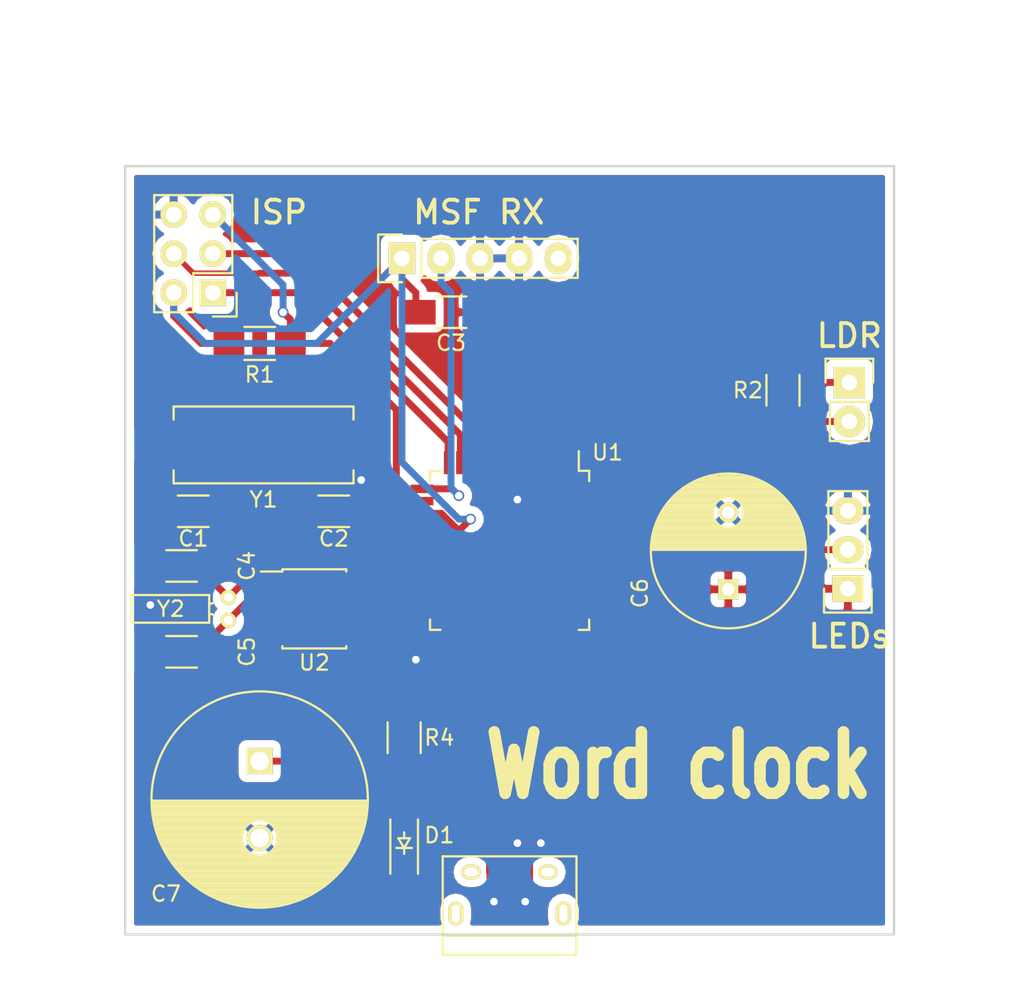
<source format=kicad_pcb>
(kicad_pcb (version 4) (host pcbnew 4.0.1-stable)

  (general
    (links 58)
    (no_connects 3)
    (area 91.706715 68.913 158.608334 133.275)
    (thickness 1.6)
    (drawings 10)
    (tracks 177)
    (zones 0)
    (modules 20)
    (nets 19)
  )

  (page A4)
  (layers
    (0 F.Cu signal)
    (31 B.Cu signal)
    (32 B.Adhes user)
    (33 F.Adhes user)
    (34 B.Paste user)
    (35 F.Paste user)
    (36 B.SilkS user)
    (37 F.SilkS user)
    (38 B.Mask user)
    (39 F.Mask user)
    (40 Dwgs.User user)
    (41 Cmts.User user)
    (42 Eco1.User user)
    (43 Eco2.User user)
    (44 Edge.Cuts user)
    (45 Margin user)
    (46 B.CrtYd user)
    (47 F.CrtYd user)
    (48 B.Fab user)
    (49 F.Fab user)
  )

  (setup
    (last_trace_width 0.45)
    (user_trace_width 0.35)
    (user_trace_width 0.45)
    (user_trace_width 0.5)
    (user_trace_width 1)
    (user_trace_width 2)
    (trace_clearance 0.2)
    (zone_clearance 0.508)
    (zone_45_only yes)
    (trace_min 0.2)
    (segment_width 0.2)
    (edge_width 0.15)
    (via_size 0.7)
    (via_drill 0.5)
    (via_min_size 0.7)
    (via_min_drill 0.5)
    (uvia_size 0.3)
    (uvia_drill 0.1)
    (uvias_allowed no)
    (uvia_min_size 0.2)
    (uvia_min_drill 0.1)
    (pcb_text_width 0.3)
    (pcb_text_size 1.5 1.5)
    (mod_edge_width 0.15)
    (mod_text_size 1 1)
    (mod_text_width 0.15)
    (pad_size 1.524 1.524)
    (pad_drill 0.762)
    (pad_to_mask_clearance 0.2)
    (aux_axis_origin 100 80)
    (grid_origin 125 105)
    (visible_elements 7FFEFF7F)
    (pcbplotparams
      (layerselection 0x010f0_80000001)
      (usegerberextensions false)
      (excludeedgelayer true)
      (linewidth 0.100000)
      (plotframeref false)
      (viasonmask false)
      (mode 1)
      (useauxorigin false)
      (hpglpennumber 1)
      (hpglpenspeed 20)
      (hpglpendiameter 15)
      (hpglpenoverlay 2)
      (psnegative false)
      (psa4output false)
      (plotreference true)
      (plotvalue true)
      (plotinvisibletext false)
      (padsonsilk false)
      (subtractmaskfromsilk false)
      (outputformat 1)
      (mirror false)
      (drillshape 0)
      (scaleselection 1)
      (outputdirectory output))
  )

  (net 0 "")
  (net 1 +5V)
  (net 2 MSF_RX)
  (net 3 GND)
  (net 4 SCK)
  (net 5 MOSI)
  (net 6 MISO)
  (net 7 RESET)
  (net 8 "Net-(C2-Pad1)")
  (net 9 "Net-(C1-Pad1)")
  (net 10 LED_DATA)
  (net 11 "Net-(P4-Pad6)")
  (net 12 SCL)
  (net 13 SDA)
  (net 14 "Net-(C4-Pad1)")
  (net 15 "Net-(C5-Pad1)")
  (net 16 VBAT)
  (net 17 "Net-(D1-Pad2)")
  (net 18 LIGHT)

  (net_class Default "This is the default net class."
    (clearance 0.2)
    (trace_width 0.25)
    (via_dia 0.7)
    (via_drill 0.5)
    (uvia_dia 0.3)
    (uvia_drill 0.1)
    (add_net +5V)
    (add_net GND)
    (add_net LED_DATA)
    (add_net LIGHT)
    (add_net MISO)
    (add_net MOSI)
    (add_net MSF_RX)
    (add_net "Net-(C1-Pad1)")
    (add_net "Net-(C2-Pad1)")
    (add_net "Net-(C4-Pad1)")
    (add_net "Net-(C5-Pad1)")
    (add_net "Net-(D1-Pad2)")
    (add_net "Net-(P4-Pad6)")
    (add_net RESET)
    (add_net SCK)
    (add_net SCL)
    (add_net SDA)
    (add_net VBAT)
  )

  (module Housings_QFP:TQFP-44_10x10mm_Pitch0.8mm (layer F.Cu) (tedit 5724EBD8) (tstamp 569BFE9F)
    (at 125 105 270)
    (descr "44-Lead Plastic Thin Quad Flatpack (PT) - 10x10x1.0 mm Body [TQFP] (see Microchip Packaging Specification 00000049BS.pdf)")
    (tags "QFP 0.8")
    (path /569155A0)
    (attr smd)
    (fp_text reference U1 (at -6.363961 -6.363961 360) (layer F.SilkS)
      (effects (font (size 1 1) (thickness 0.15)))
    )
    (fp_text value ATmega32U4 (at -25.986174 28.461048 270) (layer F.Fab)
      (effects (font (size 1 1) (thickness 0.15)))
    )
    (fp_line (start -6.7 -6.7) (end -6.7 6.7) (layer F.CrtYd) (width 0.05))
    (fp_line (start 6.7 -6.7) (end 6.7 6.7) (layer F.CrtYd) (width 0.05))
    (fp_line (start -6.7 -6.7) (end 6.7 -6.7) (layer F.CrtYd) (width 0.05))
    (fp_line (start -6.7 6.7) (end 6.7 6.7) (layer F.CrtYd) (width 0.05))
    (fp_line (start -5.175 -5.175) (end -5.175 -4.5) (layer F.SilkS) (width 0.15))
    (fp_line (start 5.175 -5.175) (end 5.175 -4.5) (layer F.SilkS) (width 0.15))
    (fp_line (start 5.175 5.175) (end 5.175 4.5) (layer F.SilkS) (width 0.15))
    (fp_line (start -5.175 5.175) (end -5.175 4.5) (layer F.SilkS) (width 0.15))
    (fp_line (start -5.175 -5.175) (end -4.5 -5.175) (layer F.SilkS) (width 0.15))
    (fp_line (start -5.175 5.175) (end -4.5 5.175) (layer F.SilkS) (width 0.15))
    (fp_line (start 5.175 5.175) (end 4.5 5.175) (layer F.SilkS) (width 0.15))
    (fp_line (start 5.175 -5.175) (end 4.5 -5.175) (layer F.SilkS) (width 0.15))
    (fp_line (start -5.175 -4.5) (end -6.45 -4.5) (layer F.SilkS) (width 0.15))
    (pad 1 smd rect (at -5.7 -4 270) (size 1.5 0.55) (layers F.Cu F.Paste F.Mask)
      (net 18 LIGHT))
    (pad 2 smd rect (at -5.7 -3.2 270) (size 1.5 0.55) (layers F.Cu F.Paste F.Mask)
      (net 1 +5V))
    (pad 3 smd rect (at -5.7 -2.4 270) (size 1.5 0.55) (layers F.Cu F.Paste F.Mask))
    (pad 4 smd rect (at -5.7 -1.6 270) (size 1.5 0.55) (layers F.Cu F.Paste F.Mask))
    (pad 5 smd rect (at -5.7 -0.8 270) (size 1.5 0.55) (layers F.Cu F.Paste F.Mask)
      (net 3 GND))
    (pad 6 smd rect (at -5.7 0 270) (size 1.5 0.55) (layers F.Cu F.Paste F.Mask))
    (pad 7 smd rect (at -5.7 0.8 270) (size 1.5 0.55) (layers F.Cu F.Paste F.Mask))
    (pad 8 smd rect (at -5.7 1.6 270) (size 1.5 0.55) (layers F.Cu F.Paste F.Mask))
    (pad 9 smd rect (at -5.7 2.4 270) (size 1.5 0.55) (layers F.Cu F.Paste F.Mask)
      (net 4 SCK))
    (pad 10 smd rect (at -5.7 3.2 270) (size 1.5 0.55) (layers F.Cu F.Paste F.Mask)
      (net 5 MOSI))
    (pad 11 smd rect (at -5.7 4 270) (size 1.5 0.55) (layers F.Cu F.Paste F.Mask)
      (net 6 MISO))
    (pad 12 smd rect (at -4 5.7) (size 1.5 0.55) (layers F.Cu F.Paste F.Mask)
      (net 2 MSF_RX))
    (pad 13 smd rect (at -3.2 5.7) (size 1.5 0.55) (layers F.Cu F.Paste F.Mask)
      (net 7 RESET))
    (pad 14 smd rect (at -2.4 5.7) (size 1.5 0.55) (layers F.Cu F.Paste F.Mask)
      (net 1 +5V))
    (pad 15 smd rect (at -1.6 5.7) (size 1.5 0.55) (layers F.Cu F.Paste F.Mask)
      (net 3 GND))
    (pad 16 smd rect (at -0.8 5.7) (size 1.5 0.55) (layers F.Cu F.Paste F.Mask)
      (net 8 "Net-(C2-Pad1)"))
    (pad 17 smd rect (at 0 5.7) (size 1.5 0.55) (layers F.Cu F.Paste F.Mask)
      (net 9 "Net-(C1-Pad1)"))
    (pad 18 smd rect (at 0.8 5.7) (size 1.5 0.55) (layers F.Cu F.Paste F.Mask)
      (net 12 SCL))
    (pad 19 smd rect (at 1.6 5.7) (size 1.5 0.55) (layers F.Cu F.Paste F.Mask)
      (net 13 SDA))
    (pad 20 smd rect (at 2.4 5.7) (size 1.5 0.55) (layers F.Cu F.Paste F.Mask))
    (pad 21 smd rect (at 3.2 5.7) (size 1.5 0.55) (layers F.Cu F.Paste F.Mask))
    (pad 22 smd rect (at 4 5.7) (size 1.5 0.55) (layers F.Cu F.Paste F.Mask))
    (pad 23 smd rect (at 5.7 4 270) (size 1.5 0.55) (layers F.Cu F.Paste F.Mask)
      (net 3 GND))
    (pad 24 smd rect (at 5.7 3.2 270) (size 1.5 0.55) (layers F.Cu F.Paste F.Mask)
      (net 1 +5V))
    (pad 25 smd rect (at 5.7 2.4 270) (size 1.5 0.55) (layers F.Cu F.Paste F.Mask))
    (pad 26 smd rect (at 5.7 1.6 270) (size 1.5 0.55) (layers F.Cu F.Paste F.Mask))
    (pad 27 smd rect (at 5.7 0.8 270) (size 1.5 0.55) (layers F.Cu F.Paste F.Mask))
    (pad 28 smd rect (at 5.7 0 270) (size 1.5 0.55) (layers F.Cu F.Paste F.Mask))
    (pad 29 smd rect (at 5.7 -0.8 270) (size 1.5 0.55) (layers F.Cu F.Paste F.Mask))
    (pad 30 smd rect (at 5.7 -1.6 270) (size 1.5 0.55) (layers F.Cu F.Paste F.Mask))
    (pad 31 smd rect (at 5.7 -2.4 270) (size 1.5 0.55) (layers F.Cu F.Paste F.Mask)
      (net 10 LED_DATA))
    (pad 32 smd rect (at 5.7 -3.2 270) (size 1.5 0.55) (layers F.Cu F.Paste F.Mask))
    (pad 33 smd rect (at 5.7 -4 270) (size 1.5 0.55) (layers F.Cu F.Paste F.Mask))
    (pad 34 smd rect (at 4 -5.7) (size 1.5 0.55) (layers F.Cu F.Paste F.Mask)
      (net 1 +5V))
    (pad 35 smd rect (at 3.2 -5.7) (size 1.5 0.55) (layers F.Cu F.Paste F.Mask)
      (net 3 GND))
    (pad 36 smd rect (at 2.4 -5.7) (size 1.5 0.55) (layers F.Cu F.Paste F.Mask))
    (pad 37 smd rect (at 1.6 -5.7) (size 1.5 0.55) (layers F.Cu F.Paste F.Mask))
    (pad 38 smd rect (at 0.8 -5.7) (size 1.5 0.55) (layers F.Cu F.Paste F.Mask))
    (pad 39 smd rect (at 0 -5.7) (size 1.5 0.55) (layers F.Cu F.Paste F.Mask))
    (pad 40 smd rect (at -0.8 -5.7) (size 1.5 0.55) (layers F.Cu F.Paste F.Mask))
    (pad 41 smd rect (at -1.6 -5.7) (size 1.5 0.55) (layers F.Cu F.Paste F.Mask))
    (pad 42 smd rect (at -2.4 -5.7) (size 1.5 0.55) (layers F.Cu F.Paste F.Mask)
      (net 1 +5V))
    (pad 43 smd rect (at -3.2 -5.7) (size 1.5 0.55) (layers F.Cu F.Paste F.Mask)
      (net 3 GND))
    (pad 44 smd rect (at -4 -5.7) (size 1.5 0.55) (layers F.Cu F.Paste F.Mask)
      (net 1 +5V))
    (model Housings_QFP.3dshapes/TQFP-44_10x10mm_Pitch0.8mm.wrl
      (at (xyz 0 0 0))
      (scale (xyz 1 1 1))
      (rotate (xyz 0 0 0))
    )
  )

  (module Capacitors_ThroughHole:C_Radial_D14_L31.5_P5 (layer F.Cu) (tedit 57273279) (tstamp 56A0075D)
    (at 108.744 118.716 270)
    (descr "Radial Electrolytic Capacitor Diameter 14mm x Length 31.5mm, Pitch 5mm")
    (tags "Electrolytic Capacitor")
    (path /56A0063B)
    (fp_text reference C7 (at 8.636 6.096 360) (layer F.SilkS)
      (effects (font (size 1 1) (thickness 0.15)))
    )
    (fp_text value 1F (at 2.5 8.3 270) (layer F.Fab)
      (effects (font (size 1 1) (thickness 0.15)))
    )
    (fp_line (start 2.575 -7) (end 2.575 7) (layer F.SilkS) (width 0.15))
    (fp_line (start 2.715 -6.997) (end 2.715 6.997) (layer F.SilkS) (width 0.15))
    (fp_line (start 2.855 -6.991) (end 2.855 6.991) (layer F.SilkS) (width 0.15))
    (fp_line (start 2.995 -6.982) (end 2.995 6.982) (layer F.SilkS) (width 0.15))
    (fp_line (start 3.135 -6.971) (end 3.135 6.971) (layer F.SilkS) (width 0.15))
    (fp_line (start 3.275 -6.957) (end 3.275 6.957) (layer F.SilkS) (width 0.15))
    (fp_line (start 3.415 -6.94) (end 3.415 6.94) (layer F.SilkS) (width 0.15))
    (fp_line (start 3.555 -6.92) (end 3.555 6.92) (layer F.SilkS) (width 0.15))
    (fp_line (start 3.695 -6.897) (end 3.695 6.897) (layer F.SilkS) (width 0.15))
    (fp_line (start 3.835 -6.872) (end 3.835 6.872) (layer F.SilkS) (width 0.15))
    (fp_line (start 3.975 -6.843) (end 3.975 -0.521) (layer F.SilkS) (width 0.15))
    (fp_line (start 3.975 0.521) (end 3.975 6.843) (layer F.SilkS) (width 0.15))
    (fp_line (start 4.115 -6.811) (end 4.115 -0.734) (layer F.SilkS) (width 0.15))
    (fp_line (start 4.115 0.734) (end 4.115 6.811) (layer F.SilkS) (width 0.15))
    (fp_line (start 4.255 -6.776) (end 4.255 -0.876) (layer F.SilkS) (width 0.15))
    (fp_line (start 4.255 0.876) (end 4.255 6.776) (layer F.SilkS) (width 0.15))
    (fp_line (start 4.395 -6.739) (end 4.395 -0.978) (layer F.SilkS) (width 0.15))
    (fp_line (start 4.395 0.978) (end 4.395 6.739) (layer F.SilkS) (width 0.15))
    (fp_line (start 4.535 -6.698) (end 4.535 -1.052) (layer F.SilkS) (width 0.15))
    (fp_line (start 4.535 1.052) (end 4.535 6.698) (layer F.SilkS) (width 0.15))
    (fp_line (start 4.675 -6.654) (end 4.675 -1.103) (layer F.SilkS) (width 0.15))
    (fp_line (start 4.675 1.103) (end 4.675 6.654) (layer F.SilkS) (width 0.15))
    (fp_line (start 4.815 -6.606) (end 4.815 -1.135) (layer F.SilkS) (width 0.15))
    (fp_line (start 4.815 1.135) (end 4.815 6.606) (layer F.SilkS) (width 0.15))
    (fp_line (start 4.955 -6.555) (end 4.955 -1.149) (layer F.SilkS) (width 0.15))
    (fp_line (start 4.955 1.149) (end 4.955 6.555) (layer F.SilkS) (width 0.15))
    (fp_line (start 5.095 -6.501) (end 5.095 -1.146) (layer F.SilkS) (width 0.15))
    (fp_line (start 5.095 1.146) (end 5.095 6.501) (layer F.SilkS) (width 0.15))
    (fp_line (start 5.235 -6.444) (end 5.235 -1.126) (layer F.SilkS) (width 0.15))
    (fp_line (start 5.235 1.126) (end 5.235 6.444) (layer F.SilkS) (width 0.15))
    (fp_line (start 5.375 -6.382) (end 5.375 -1.087) (layer F.SilkS) (width 0.15))
    (fp_line (start 5.375 1.087) (end 5.375 6.382) (layer F.SilkS) (width 0.15))
    (fp_line (start 5.515 -6.317) (end 5.515 -1.028) (layer F.SilkS) (width 0.15))
    (fp_line (start 5.515 1.028) (end 5.515 6.317) (layer F.SilkS) (width 0.15))
    (fp_line (start 5.655 -6.249) (end 5.655 -0.945) (layer F.SilkS) (width 0.15))
    (fp_line (start 5.655 0.945) (end 5.655 6.249) (layer F.SilkS) (width 0.15))
    (fp_line (start 5.795 -6.176) (end 5.795 -0.831) (layer F.SilkS) (width 0.15))
    (fp_line (start 5.795 0.831) (end 5.795 6.176) (layer F.SilkS) (width 0.15))
    (fp_line (start 5.935 -6.099) (end 5.935 -0.67) (layer F.SilkS) (width 0.15))
    (fp_line (start 5.935 0.67) (end 5.935 6.099) (layer F.SilkS) (width 0.15))
    (fp_line (start 6.075 -6.018) (end 6.075 -0.409) (layer F.SilkS) (width 0.15))
    (fp_line (start 6.075 0.409) (end 6.075 6.018) (layer F.SilkS) (width 0.15))
    (fp_line (start 6.215 -5.933) (end 6.215 5.933) (layer F.SilkS) (width 0.15))
    (fp_line (start 6.355 -5.843) (end 6.355 5.843) (layer F.SilkS) (width 0.15))
    (fp_line (start 6.495 -5.748) (end 6.495 5.748) (layer F.SilkS) (width 0.15))
    (fp_line (start 6.635 -5.648) (end 6.635 5.648) (layer F.SilkS) (width 0.15))
    (fp_line (start 6.775 -5.543) (end 6.775 5.543) (layer F.SilkS) (width 0.15))
    (fp_line (start 6.915 -5.432) (end 6.915 5.432) (layer F.SilkS) (width 0.15))
    (fp_line (start 7.055 -5.315) (end 7.055 5.315) (layer F.SilkS) (width 0.15))
    (fp_line (start 7.195 -5.192) (end 7.195 5.192) (layer F.SilkS) (width 0.15))
    (fp_line (start 7.335 -5.062) (end 7.335 5.062) (layer F.SilkS) (width 0.15))
    (fp_line (start 7.475 -4.924) (end 7.475 4.924) (layer F.SilkS) (width 0.15))
    (fp_line (start 7.615 -4.779) (end 7.615 4.779) (layer F.SilkS) (width 0.15))
    (fp_line (start 7.755 -4.624) (end 7.755 4.624) (layer F.SilkS) (width 0.15))
    (fp_line (start 7.895 -4.46) (end 7.895 4.46) (layer F.SilkS) (width 0.15))
    (fp_line (start 8.035 -4.285) (end 8.035 4.285) (layer F.SilkS) (width 0.15))
    (fp_line (start 8.175 -4.098) (end 8.175 4.098) (layer F.SilkS) (width 0.15))
    (fp_line (start 8.315 -3.897) (end 8.315 3.897) (layer F.SilkS) (width 0.15))
    (fp_line (start 8.455 -3.679) (end 8.455 3.679) (layer F.SilkS) (width 0.15))
    (fp_line (start 8.595 -3.443) (end 8.595 3.443) (layer F.SilkS) (width 0.15))
    (fp_line (start 8.735 -3.182) (end 8.735 3.182) (layer F.SilkS) (width 0.15))
    (fp_line (start 8.875 -2.891) (end 8.875 2.891) (layer F.SilkS) (width 0.15))
    (fp_line (start 9.015 -2.56) (end 9.015 2.56) (layer F.SilkS) (width 0.15))
    (fp_line (start 9.155 -2.17) (end 9.155 2.17) (layer F.SilkS) (width 0.15))
    (fp_line (start 9.295 -1.682) (end 9.295 1.682) (layer F.SilkS) (width 0.15))
    (fp_line (start 9.435 -0.952) (end 9.435 0.952) (layer F.SilkS) (width 0.15))
    (fp_circle (center 5 0) (end 5 -1.15) (layer F.SilkS) (width 0.15))
    (fp_circle (center 2.5 0) (end 2.5 -7.0375) (layer F.SilkS) (width 0.15))
    (fp_circle (center 2.5 0) (end 2.5 -7.3) (layer F.CrtYd) (width 0.05))
    (pad 2 thru_hole circle (at 5 0 270) (size 1.7 1.7) (drill 1.2) (layers *.Cu *.Mask F.SilkS)
      (net 3 GND))
    (pad 1 thru_hole rect (at 0 0 270) (size 1.7 1.7) (drill 1.2) (layers *.Cu *.Mask F.SilkS)
      (net 16 VBAT))
    (model Capacitors_ThroughHole.3dshapes/C_Radial_D14_L31.5_P5.wrl
      (at (xyz 0 0 0))
      (scale (xyz 1 1 1))
      (rotate (xyz 0 0 0))
    )
  )

  (module Pin_Headers:Pin_Header_Straight_1x05 (layer F.Cu) (tedit 5724EE7F) (tstamp 569BFE6F)
    (at 118 86 90)
    (descr "Through hole pin header")
    (tags "pin header")
    (path /56917059)
    (fp_text reference P1 (at 2.25 5 180) (layer F.SilkS) hide
      (effects (font (size 1 1) (thickness 0.15)))
    )
    (fp_text value "MSF RX" (at 7 1 180) (layer F.Fab) hide
      (effects (font (size 1 1) (thickness 0.15)))
    )
    (fp_line (start -1.55 0) (end -1.55 -1.55) (layer F.SilkS) (width 0.15))
    (fp_line (start -1.55 -1.55) (end 1.55 -1.55) (layer F.SilkS) (width 0.15))
    (fp_line (start 1.55 -1.55) (end 1.55 0) (layer F.SilkS) (width 0.15))
    (fp_line (start -1.75 -1.75) (end -1.75 11.95) (layer F.CrtYd) (width 0.05))
    (fp_line (start 1.75 -1.75) (end 1.75 11.95) (layer F.CrtYd) (width 0.05))
    (fp_line (start -1.75 -1.75) (end 1.75 -1.75) (layer F.CrtYd) (width 0.05))
    (fp_line (start -1.75 11.95) (end 1.75 11.95) (layer F.CrtYd) (width 0.05))
    (fp_line (start 1.27 1.27) (end 1.27 11.43) (layer F.SilkS) (width 0.15))
    (fp_line (start 1.27 11.43) (end -1.27 11.43) (layer F.SilkS) (width 0.15))
    (fp_line (start -1.27 11.43) (end -1.27 1.27) (layer F.SilkS) (width 0.15))
    (fp_line (start 1.27 1.27) (end -1.27 1.27) (layer F.SilkS) (width 0.15))
    (pad 1 thru_hole rect (at 0 0 90) (size 2.032 1.7272) (drill 1.016) (layers *.Cu *.Mask F.SilkS)
      (net 1 +5V))
    (pad 2 thru_hole oval (at 0 2.54 90) (size 2.032 1.7272) (drill 1.016) (layers *.Cu *.Mask F.SilkS)
      (net 2 MSF_RX))
    (pad 3 thru_hole oval (at 0 5.08 90) (size 2.032 1.7272) (drill 1.016) (layers *.Cu *.Mask F.SilkS)
      (net 3 GND))
    (pad 4 thru_hole oval (at 0 7.62 90) (size 2.032 1.7272) (drill 1.016) (layers *.Cu *.Mask F.SilkS)
      (net 3 GND))
    (pad 5 thru_hole oval (at 0 10.16 90) (size 2.032 1.7272) (drill 1.016) (layers *.Cu *.Mask F.SilkS))
    (model Pin_Headers.3dshapes/Pin_Header_Straight_1x05.wrl
      (at (xyz 0 -0.2 0))
      (scale (xyz 1 1 1))
      (rotate (xyz 0 0 90))
    )
  )

  (module Capacitors_SMD:C_1206_HandSoldering (layer F.Cu) (tedit 57273201) (tstamp 569BFF00)
    (at 104.426 102.46 180)
    (descr "Capacitor SMD 1206, hand soldering")
    (tags "capacitor 1206")
    (path /569BF701)
    (attr smd)
    (fp_text reference C1 (at 0 -1.778 360) (layer F.SilkS)
      (effects (font (size 1 1) (thickness 0.15)))
    )
    (fp_text value 12p (at -0.5 15 270) (layer F.Fab)
      (effects (font (size 1 1) (thickness 0.15)))
    )
    (fp_line (start -3.3 -1.15) (end 3.3 -1.15) (layer F.CrtYd) (width 0.05))
    (fp_line (start -3.3 1.15) (end 3.3 1.15) (layer F.CrtYd) (width 0.05))
    (fp_line (start -3.3 -1.15) (end -3.3 1.15) (layer F.CrtYd) (width 0.05))
    (fp_line (start 3.3 -1.15) (end 3.3 1.15) (layer F.CrtYd) (width 0.05))
    (fp_line (start 1 -1.025) (end -1 -1.025) (layer F.SilkS) (width 0.15))
    (fp_line (start -1 1.025) (end 1 1.025) (layer F.SilkS) (width 0.15))
    (pad 1 smd rect (at -2 0 180) (size 2 1.6) (layers F.Cu F.Paste F.Mask)
      (net 9 "Net-(C1-Pad1)"))
    (pad 2 smd rect (at 2 0 180) (size 2 1.6) (layers F.Cu F.Paste F.Mask)
      (net 3 GND))
    (model Capacitors_SMD.3dshapes/C_1206_HandSoldering.wrl
      (at (xyz 0 0 0))
      (scale (xyz 1 1 1))
      (rotate (xyz 0 0 0))
    )
  )

  (module Capacitors_SMD:C_1206_HandSoldering (layer F.Cu) (tedit 57273208) (tstamp 569BFF06)
    (at 113.57 102.46)
    (descr "Capacitor SMD 1206, hand soldering")
    (tags "capacitor 1206")
    (path /569BF500)
    (attr smd)
    (fp_text reference C2 (at 0 1.778 180) (layer F.SilkS)
      (effects (font (size 1 1) (thickness 0.15)))
    )
    (fp_text value 12p (at -5.5 -16 90) (layer F.Fab)
      (effects (font (size 1 1) (thickness 0.15)))
    )
    (fp_line (start -3.3 -1.15) (end 3.3 -1.15) (layer F.CrtYd) (width 0.05))
    (fp_line (start -3.3 1.15) (end 3.3 1.15) (layer F.CrtYd) (width 0.05))
    (fp_line (start -3.3 -1.15) (end -3.3 1.15) (layer F.CrtYd) (width 0.05))
    (fp_line (start 3.3 -1.15) (end 3.3 1.15) (layer F.CrtYd) (width 0.05))
    (fp_line (start 1 -1.025) (end -1 -1.025) (layer F.SilkS) (width 0.15))
    (fp_line (start -1 1.025) (end 1 1.025) (layer F.SilkS) (width 0.15))
    (pad 1 smd rect (at -2 0) (size 2 1.6) (layers F.Cu F.Paste F.Mask)
      (net 8 "Net-(C2-Pad1)"))
    (pad 2 smd rect (at 2 0) (size 2 1.6) (layers F.Cu F.Paste F.Mask)
      (net 3 GND))
    (model Capacitors_SMD.3dshapes/C_1206_HandSoldering.wrl
      (at (xyz 0 0 0))
      (scale (xyz 1 1 1))
      (rotate (xyz 0 0 0))
    )
  )

  (module Capacitors_SMD:C_1206_HandSoldering (layer F.Cu) (tedit 569ECD85) (tstamp 569BFF0C)
    (at 121.19 89.506)
    (descr "Capacitor SMD 1206, hand soldering")
    (tags "capacitor 1206")
    (path /569C0521)
    (attr smd)
    (fp_text reference C3 (at 0 2) (layer F.SilkS)
      (effects (font (size 1 1) (thickness 0.15)))
    )
    (fp_text value 1u (at 4 -12.5) (layer F.Fab)
      (effects (font (size 1 1) (thickness 0.15)))
    )
    (fp_line (start -3.3 -1.15) (end 3.3 -1.15) (layer F.CrtYd) (width 0.05))
    (fp_line (start -3.3 1.15) (end 3.3 1.15) (layer F.CrtYd) (width 0.05))
    (fp_line (start -3.3 -1.15) (end -3.3 1.15) (layer F.CrtYd) (width 0.05))
    (fp_line (start 3.3 -1.15) (end 3.3 1.15) (layer F.CrtYd) (width 0.05))
    (fp_line (start 1 -1.025) (end -1 -1.025) (layer F.SilkS) (width 0.15))
    (fp_line (start -1 1.025) (end 1 1.025) (layer F.SilkS) (width 0.15))
    (pad 1 smd rect (at -2 0) (size 2 1.6) (layers F.Cu F.Paste F.Mask)
      (net 1 +5V))
    (pad 2 smd rect (at 2 0) (size 2 1.6) (layers F.Cu F.Paste F.Mask)
      (net 3 GND))
    (model Capacitors_SMD.3dshapes/C_1206_HandSoldering.wrl
      (at (xyz 0 0 0))
      (scale (xyz 1 1 1))
      (rotate (xyz 0 0 0))
    )
  )

  (module Pin_Headers:Pin_Header_Straight_2x03 (layer F.Cu) (tedit 5724EF29) (tstamp 569BFF1D)
    (at 105.696 88.236 180)
    (descr "Through hole pin header")
    (tags "pin header")
    (path /569C30BC)
    (fp_text reference P3 (at 1.25 -2.5 180) (layer F.SilkS) hide
      (effects (font (size 1 1) (thickness 0.15)))
    )
    (fp_text value ISP (at 12.5 -13 180) (layer F.Fab)
      (effects (font (size 1 1) (thickness 0.15)))
    )
    (fp_line (start -1.27 1.27) (end -1.27 6.35) (layer F.SilkS) (width 0.15))
    (fp_line (start -1.55 -1.55) (end 0 -1.55) (layer F.SilkS) (width 0.15))
    (fp_line (start -1.75 -1.75) (end -1.75 6.85) (layer F.CrtYd) (width 0.05))
    (fp_line (start 4.3 -1.75) (end 4.3 6.85) (layer F.CrtYd) (width 0.05))
    (fp_line (start -1.75 -1.75) (end 4.3 -1.75) (layer F.CrtYd) (width 0.05))
    (fp_line (start -1.75 6.85) (end 4.3 6.85) (layer F.CrtYd) (width 0.05))
    (fp_line (start 1.27 -1.27) (end 1.27 1.27) (layer F.SilkS) (width 0.15))
    (fp_line (start 1.27 1.27) (end -1.27 1.27) (layer F.SilkS) (width 0.15))
    (fp_line (start -1.27 6.35) (end 3.81 6.35) (layer F.SilkS) (width 0.15))
    (fp_line (start 3.81 6.35) (end 3.81 1.27) (layer F.SilkS) (width 0.15))
    (fp_line (start -1.55 -1.55) (end -1.55 0) (layer F.SilkS) (width 0.15))
    (fp_line (start 3.81 -1.27) (end 1.27 -1.27) (layer F.SilkS) (width 0.15))
    (fp_line (start 3.81 1.27) (end 3.81 -1.27) (layer F.SilkS) (width 0.15))
    (pad 1 thru_hole rect (at 0 0 180) (size 1.7272 1.7272) (drill 1.016) (layers *.Cu *.Mask F.SilkS)
      (net 6 MISO))
    (pad 2 thru_hole oval (at 2.54 0 180) (size 1.7272 1.7272) (drill 1.016) (layers *.Cu *.Mask F.SilkS)
      (net 1 +5V))
    (pad 3 thru_hole oval (at 0 2.54 180) (size 1.7272 1.7272) (drill 1.016) (layers *.Cu *.Mask F.SilkS)
      (net 4 SCK))
    (pad 4 thru_hole oval (at 2.54 2.54 180) (size 1.7272 1.7272) (drill 1.016) (layers *.Cu *.Mask F.SilkS)
      (net 5 MOSI))
    (pad 5 thru_hole oval (at 0 5.08 180) (size 1.7272 1.7272) (drill 1.016) (layers *.Cu *.Mask F.SilkS)
      (net 7 RESET))
    (pad 6 thru_hole oval (at 2.54 5.08 180) (size 1.7272 1.7272) (drill 1.016) (layers *.Cu *.Mask F.SilkS)
      (net 3 GND))
    (model Pin_Headers.3dshapes/Pin_Header_Straight_2x03.wrl
      (at (xyz 0.05 -0.1 0))
      (scale (xyz 1 1 1))
      (rotate (xyz 0 0 90))
    )
  )

  (module Connect:USB_Micro-B (layer F.Cu) (tedit 5727368A) (tstamp 569BFF2A)
    (at 125 127.5)
    (descr "Micro USB Type B Receptacle")
    (tags "USB USB_B USB_micro USB_OTG")
    (path /569C49F6)
    (attr smd)
    (fp_text reference P4 (at -5.842 1.376) (layer F.SilkS) hide
      (effects (font (size 1 1) (thickness 0.15)))
    )
    (fp_text value USB (at 0 4.8) (layer F.Fab)
      (effects (font (size 1 1) (thickness 0.15)))
    )
    (fp_line (start -4.6 -2.8) (end 4.6 -2.8) (layer F.CrtYd) (width 0.05))
    (fp_line (start 4.6 -2.8) (end 4.6 4.05) (layer F.CrtYd) (width 0.05))
    (fp_line (start 4.6 4.05) (end -4.6 4.05) (layer F.CrtYd) (width 0.05))
    (fp_line (start -4.6 4.05) (end -4.6 -2.8) (layer F.CrtYd) (width 0.05))
    (fp_line (start -4.3509 3.81746) (end 4.3491 3.81746) (layer F.SilkS) (width 0.15))
    (fp_line (start -4.3509 -2.58754) (end 4.3491 -2.58754) (layer F.SilkS) (width 0.15))
    (fp_line (start 4.3491 -2.58754) (end 4.3491 3.81746) (layer F.SilkS) (width 0.15))
    (fp_line (start 4.3491 2.58746) (end -4.3509 2.58746) (layer F.SilkS) (width 0.15))
    (fp_line (start -4.3509 3.81746) (end -4.3509 -2.58754) (layer F.SilkS) (width 0.15))
    (pad 1 smd rect (at -1.3009 -1.56254 90) (size 1.35 0.4) (layers F.Cu F.Paste F.Mask)
      (net 1 +5V))
    (pad 2 smd rect (at -0.6509 -1.56254 90) (size 1.35 0.4) (layers F.Cu F.Paste F.Mask))
    (pad 3 smd rect (at -0.0009 -1.56254 90) (size 1.35 0.4) (layers F.Cu F.Paste F.Mask))
    (pad 4 smd rect (at 0.6491 -1.56254 90) (size 1.35 0.4) (layers F.Cu F.Paste F.Mask))
    (pad 5 smd rect (at 1.2991 -1.56254 90) (size 1.35 0.4) (layers F.Cu F.Paste F.Mask)
      (net 3 GND))
    (pad 6 thru_hole oval (at -2.5009 -1.56254 90) (size 0.95 1.25) (drill oval 0.55 0.85) (layers *.Cu *.Mask F.SilkS)
      (net 11 "Net-(P4-Pad6)"))
    (pad 6 thru_hole oval (at 2.4991 -1.56254 90) (size 0.95 1.25) (drill oval 0.55 0.85) (layers *.Cu *.Mask F.SilkS)
      (net 11 "Net-(P4-Pad6)"))
    (pad 6 thru_hole oval (at -3.5009 1.13746 90) (size 1.55 1) (drill oval 1.15 0.5) (layers *.Cu *.Mask F.SilkS)
      (net 11 "Net-(P4-Pad6)"))
    (pad 6 thru_hole oval (at 3.4991 1.13746 90) (size 1.55 1) (drill oval 1.15 0.5) (layers *.Cu *.Mask F.SilkS)
      (net 11 "Net-(P4-Pad6)"))
  )

  (module Resistors_SMD:R_1206_HandSoldering (layer F.Cu) (tedit 57273AD4) (tstamp 569BFF30)
    (at 108.744 91.538)
    (descr "Resistor SMD 1206, hand soldering")
    (tags "resistor 1206")
    (path /569C3FA4)
    (attr smd)
    (fp_text reference R1 (at 0 2.032 180) (layer F.SilkS)
      (effects (font (size 1 1) (thickness 0.15)))
    )
    (fp_text value 10k (at 10.5 -21.5) (layer F.Fab)
      (effects (font (size 1 1) (thickness 0.15)))
    )
    (fp_line (start -3.3 -1.2) (end 3.3 -1.2) (layer F.CrtYd) (width 0.05))
    (fp_line (start -3.3 1.2) (end 3.3 1.2) (layer F.CrtYd) (width 0.05))
    (fp_line (start -3.3 -1.2) (end -3.3 1.2) (layer F.CrtYd) (width 0.05))
    (fp_line (start 3.3 -1.2) (end 3.3 1.2) (layer F.CrtYd) (width 0.05))
    (fp_line (start 1 1.075) (end -1 1.075) (layer F.SilkS) (width 0.15))
    (fp_line (start -1 -1.075) (end 1 -1.075) (layer F.SilkS) (width 0.15))
    (pad 1 smd rect (at -2 0) (size 2 1.7) (layers F.Cu F.Paste F.Mask)
      (net 1 +5V))
    (pad 2 smd rect (at 2 0) (size 2 1.7) (layers F.Cu F.Paste F.Mask)
      (net 7 RESET))
    (model Resistors_SMD.3dshapes/R_1206_HandSoldering.wrl
      (at (xyz 0 0 0))
      (scale (xyz 1 1 1))
      (rotate (xyz 0 0 0))
    )
  )

  (module Crystals:Crystal_HC49-SD_SMD (layer F.Cu) (tedit 57272F57) (tstamp 569BFF3F)
    (at 108.998 98.142)
    (descr "Crystal, Quarz, HC49-SD, SMD,")
    (tags "Crystal, Quarz, HC49-SD, SMD,")
    (path /569BF476)
    (attr smd)
    (fp_text reference Y1 (at 0 3.556 180) (layer F.SilkS)
      (effects (font (size 1 1) (thickness 0.15)))
    )
    (fp_text value "16 MHz" (at 3 -9) (layer F.Fab)
      (effects (font (size 1 1) (thickness 0.15)))
    )
    (fp_circle (center 0 0) (end 0.8509 0) (layer F.Adhes) (width 0.381))
    (fp_circle (center 0 0) (end 0.50038 0) (layer F.Adhes) (width 0.381))
    (fp_circle (center 0 0) (end 0.14986 0.0508) (layer F.Adhes) (width 0.381))
    (fp_line (start -5.84962 2.49936) (end 5.84962 2.49936) (layer F.SilkS) (width 0.15))
    (fp_line (start 5.84962 -2.49936) (end -5.84962 -2.49936) (layer F.SilkS) (width 0.15))
    (fp_line (start 5.84962 2.49936) (end 5.84962 1.651) (layer F.SilkS) (width 0.15))
    (fp_line (start 5.84962 -2.49936) (end 5.84962 -1.651) (layer F.SilkS) (width 0.15))
    (fp_line (start -5.84962 2.49936) (end -5.84962 1.651) (layer F.SilkS) (width 0.15))
    (fp_line (start -5.84962 -2.49936) (end -5.84962 -1.651) (layer F.SilkS) (width 0.15))
    (pad 1 smd rect (at -4.84886 0) (size 5.6007 2.10058) (layers F.Cu F.Paste F.Mask)
      (net 9 "Net-(C1-Pad1)"))
    (pad 2 smd rect (at 4.84886 0) (size 5.6007 2.10058) (layers F.Cu F.Paste F.Mask)
      (net 8 "Net-(C2-Pad1)"))
  )

  (module Pin_Headers:Pin_Header_Straight_1x03 (layer F.Cu) (tedit 5724EF3F) (tstamp 569BFF13)
    (at 147 107.5 180)
    (descr "Through hole pin header")
    (tags "pin header")
    (path /569C08C1)
    (fp_text reference P2 (at -0.25 8.25 180) (layer F.SilkS) hide
      (effects (font (size 1 1) (thickness 0.15)))
    )
    (fp_text value "LED STRIP" (at -7.5 2.5 180) (layer F.Fab)
      (effects (font (size 1 1) (thickness 0.15)))
    )
    (fp_line (start -1.75 -1.75) (end -1.75 6.85) (layer F.CrtYd) (width 0.05))
    (fp_line (start 1.75 -1.75) (end 1.75 6.85) (layer F.CrtYd) (width 0.05))
    (fp_line (start -1.75 -1.75) (end 1.75 -1.75) (layer F.CrtYd) (width 0.05))
    (fp_line (start -1.75 6.85) (end 1.75 6.85) (layer F.CrtYd) (width 0.05))
    (fp_line (start -1.27 1.27) (end -1.27 6.35) (layer F.SilkS) (width 0.15))
    (fp_line (start -1.27 6.35) (end 1.27 6.35) (layer F.SilkS) (width 0.15))
    (fp_line (start 1.27 6.35) (end 1.27 1.27) (layer F.SilkS) (width 0.15))
    (fp_line (start 1.55 -1.55) (end 1.55 0) (layer F.SilkS) (width 0.15))
    (fp_line (start 1.27 1.27) (end -1.27 1.27) (layer F.SilkS) (width 0.15))
    (fp_line (start -1.55 0) (end -1.55 -1.55) (layer F.SilkS) (width 0.15))
    (fp_line (start -1.55 -1.55) (end 1.55 -1.55) (layer F.SilkS) (width 0.15))
    (pad 1 thru_hole rect (at 0 0 180) (size 2.032 1.7272) (drill 1.016) (layers *.Cu *.Mask F.SilkS)
      (net 1 +5V))
    (pad 2 thru_hole oval (at 0 2.54 180) (size 2.032 1.7272) (drill 1.016) (layers *.Cu *.Mask F.SilkS)
      (net 10 LED_DATA))
    (pad 3 thru_hole oval (at 0 5.08 180) (size 2.032 1.7272) (drill 1.016) (layers *.Cu *.Mask F.SilkS)
      (net 3 GND))
    (model Pin_Headers.3dshapes/Pin_Header_Straight_1x03.wrl
      (at (xyz 0 -0.1 0))
      (scale (xyz 1 1 1))
      (rotate (xyz 0 0 90))
    )
  )

  (module Capacitors_SMD:C_1206_HandSoldering (layer F.Cu) (tedit 572731FA) (tstamp 569D7B87)
    (at 103.664 106.016 180)
    (descr "Capacitor SMD 1206, hand soldering")
    (tags "capacitor 1206")
    (path /569D8DD2)
    (attr smd)
    (fp_text reference C4 (at -4.25 0 270) (layer F.SilkS)
      (effects (font (size 1 1) (thickness 0.15)))
    )
    (fp_text value C (at 0 2.3 180) (layer F.Fab)
      (effects (font (size 1 1) (thickness 0.15)))
    )
    (fp_line (start -3.3 -1.15) (end 3.3 -1.15) (layer F.CrtYd) (width 0.05))
    (fp_line (start -3.3 1.15) (end 3.3 1.15) (layer F.CrtYd) (width 0.05))
    (fp_line (start -3.3 -1.15) (end -3.3 1.15) (layer F.CrtYd) (width 0.05))
    (fp_line (start 3.3 -1.15) (end 3.3 1.15) (layer F.CrtYd) (width 0.05))
    (fp_line (start 1 -1.025) (end -1 -1.025) (layer F.SilkS) (width 0.15))
    (fp_line (start -1 1.025) (end 1 1.025) (layer F.SilkS) (width 0.15))
    (pad 1 smd rect (at -2 0 180) (size 2 1.6) (layers F.Cu F.Paste F.Mask)
      (net 14 "Net-(C4-Pad1)"))
    (pad 2 smd rect (at 2 0 180) (size 2 1.6) (layers F.Cu F.Paste F.Mask)
      (net 3 GND))
    (model Capacitors_SMD.3dshapes/C_1206_HandSoldering.wrl
      (at (xyz 0 0 0))
      (scale (xyz 1 1 1))
      (rotate (xyz 0 0 0))
    )
  )

  (module Capacitors_SMD:C_1206_HandSoldering (layer F.Cu) (tedit 56A009E2) (tstamp 569D7B8D)
    (at 103.664 111.604 180)
    (descr "Capacitor SMD 1206, hand soldering")
    (tags "capacitor 1206")
    (path /569D8E43)
    (attr smd)
    (fp_text reference C5 (at -4.25 0 270) (layer F.SilkS)
      (effects (font (size 1 1) (thickness 0.15)))
    )
    (fp_text value C (at 0 2.3 180) (layer F.Fab)
      (effects (font (size 1 1) (thickness 0.15)))
    )
    (fp_line (start -3.3 -1.15) (end 3.3 -1.15) (layer F.CrtYd) (width 0.05))
    (fp_line (start -3.3 1.15) (end 3.3 1.15) (layer F.CrtYd) (width 0.05))
    (fp_line (start -3.3 -1.15) (end -3.3 1.15) (layer F.CrtYd) (width 0.05))
    (fp_line (start 3.3 -1.15) (end 3.3 1.15) (layer F.CrtYd) (width 0.05))
    (fp_line (start 1 -1.025) (end -1 -1.025) (layer F.SilkS) (width 0.15))
    (fp_line (start -1 1.025) (end 1 1.025) (layer F.SilkS) (width 0.15))
    (pad 1 smd rect (at -2 0 180) (size 2 1.6) (layers F.Cu F.Paste F.Mask)
      (net 15 "Net-(C5-Pad1)"))
    (pad 2 smd rect (at 2 0 180) (size 2 1.6) (layers F.Cu F.Paste F.Mask)
      (net 3 GND))
    (model Capacitors_SMD.3dshapes/C_1206_HandSoldering.wrl
      (at (xyz 0 0 0))
      (scale (xyz 1 1 1))
      (rotate (xyz 0 0 0))
    )
  )

  (module Housings_SOIC:SOIC-8_3.9x4.9mm_Pitch1.27mm (layer F.Cu) (tedit 56A00A18) (tstamp 569D7BA5)
    (at 112.3 108.81)
    (descr "8-Lead Plastic Small Outline (SN) - Narrow, 3.90 mm Body [SOIC] (see Microchip Packaging Specification 00000049BS.pdf)")
    (tags "SOIC 1.27")
    (path /569D7E95)
    (attr smd)
    (fp_text reference U2 (at 0 3.5) (layer F.SilkS)
      (effects (font (size 1 1) (thickness 0.15)))
    )
    (fp_text value MCP79410 (at 0 3.5) (layer F.Fab)
      (effects (font (size 1 1) (thickness 0.15)))
    )
    (fp_line (start -3.75 -2.75) (end -3.75 2.75) (layer F.CrtYd) (width 0.05))
    (fp_line (start 3.75 -2.75) (end 3.75 2.75) (layer F.CrtYd) (width 0.05))
    (fp_line (start -3.75 -2.75) (end 3.75 -2.75) (layer F.CrtYd) (width 0.05))
    (fp_line (start -3.75 2.75) (end 3.75 2.75) (layer F.CrtYd) (width 0.05))
    (fp_line (start -2.075 -2.575) (end -2.075 -2.43) (layer F.SilkS) (width 0.15))
    (fp_line (start 2.075 -2.575) (end 2.075 -2.43) (layer F.SilkS) (width 0.15))
    (fp_line (start 2.075 2.575) (end 2.075 2.43) (layer F.SilkS) (width 0.15))
    (fp_line (start -2.075 2.575) (end -2.075 2.43) (layer F.SilkS) (width 0.15))
    (fp_line (start -2.075 -2.575) (end 2.075 -2.575) (layer F.SilkS) (width 0.15))
    (fp_line (start -2.075 2.575) (end 2.075 2.575) (layer F.SilkS) (width 0.15))
    (fp_line (start -2.075 -2.43) (end -3.475 -2.43) (layer F.SilkS) (width 0.15))
    (pad 1 smd rect (at -2.7 -1.905) (size 1.55 0.6) (layers F.Cu F.Paste F.Mask)
      (net 14 "Net-(C4-Pad1)"))
    (pad 2 smd rect (at -2.7 -0.635) (size 1.55 0.6) (layers F.Cu F.Paste F.Mask)
      (net 15 "Net-(C5-Pad1)"))
    (pad 3 smd rect (at -2.7 0.635) (size 1.55 0.6) (layers F.Cu F.Paste F.Mask)
      (net 16 VBAT))
    (pad 4 smd rect (at -2.7 1.905) (size 1.55 0.6) (layers F.Cu F.Paste F.Mask)
      (net 3 GND))
    (pad 5 smd rect (at 2.7 1.905) (size 1.55 0.6) (layers F.Cu F.Paste F.Mask)
      (net 13 SDA))
    (pad 6 smd rect (at 2.7 0.635) (size 1.55 0.6) (layers F.Cu F.Paste F.Mask)
      (net 12 SCL))
    (pad 7 smd rect (at 2.7 -0.635) (size 1.55 0.6) (layers F.Cu F.Paste F.Mask))
    (pad 8 smd rect (at 2.7 -1.905) (size 1.55 0.6) (layers F.Cu F.Paste F.Mask)
      (net 1 +5V))
    (model Housings_SOIC.3dshapes/SOIC-8_3.9x4.9mm_Pitch1.27mm.wrl
      (at (xyz 0 0 0))
      (scale (xyz 1 1 1))
      (rotate (xyz 0 0 0))
    )
  )

  (module Crystals:Crystal_Round_Horizontal_2mm (layer F.Cu) (tedit 569ECD8A) (tstamp 569D7BB4)
    (at 106.712 108.81 90)
    (descr "Crystal, Quarz, Rundgehaeuse, round, horizontal, liegend, Uhrenquarz, Diam. 2mm,")
    (tags "Crystal, Quarz, Rundgehaeuse, round, horizontal, liegend, Uhrenquarz, Diam. 2mm,")
    (path /569D8A0A)
    (fp_text reference Y2 (at 0 -3.75 180) (layer F.SilkS)
      (effects (font (size 1 1) (thickness 0.15)))
    )
    (fp_text value "32.768 kHz" (at 0 3.81 90) (layer F.Fab)
      (effects (font (size 1 1) (thickness 0.15)))
    )
    (fp_line (start -0.29972 -1.24968) (end -0.39878 -0.94996) (layer F.SilkS) (width 0.15))
    (fp_line (start 0.29972 -1.24968) (end 0.39878 -0.94996) (layer F.SilkS) (width 0.15))
    (fp_line (start 0.89916 -1.24968) (end 0.89916 -6.2992) (layer F.SilkS) (width 0.15))
    (fp_line (start 0.89916 -6.2992) (end -0.89916 -6.2992) (layer F.SilkS) (width 0.15))
    (fp_line (start -0.89916 -6.2992) (end -0.89916 -1.24968) (layer F.SilkS) (width 0.15))
    (fp_line (start 0.89916 -1.24968) (end -0.89916 -1.24968) (layer F.SilkS) (width 0.15))
    (pad 1 thru_hole circle (at -0.7493 0 90) (size 1.00076 1.00076) (drill 0.59944) (layers *.Cu *.Mask F.SilkS)
      (net 15 "Net-(C5-Pad1)"))
    (pad 2 thru_hole circle (at 0.7493 0 90) (size 1.00076 1.00076) (drill 0.59944) (layers *.Cu *.Mask F.SilkS)
      (net 14 "Net-(C4-Pad1)"))
  )

  (module Capacitors_ThroughHole:C_Radial_D10_L16_P5 (layer F.Cu) (tedit 56A00A1E) (tstamp 569EC247)
    (at 139.224 107.54 90)
    (descr "Radial Electrolytic Capacitor 10mm x Length 16mm, Pitch 5mm")
    (tags "Electrolytic Capacitor")
    (path /569EC36B)
    (fp_text reference C6 (at -0.25 -5.75 90) (layer F.SilkS)
      (effects (font (size 1 1) (thickness 0.15)))
    )
    (fp_text value C (at 2.5 6.3 90) (layer F.Fab)
      (effects (font (size 1 1) (thickness 0.15)))
    )
    (fp_line (start 2.575 -4.999) (end 2.575 4.999) (layer F.SilkS) (width 0.15))
    (fp_line (start 2.715 -4.995) (end 2.715 4.995) (layer F.SilkS) (width 0.15))
    (fp_line (start 2.855 -4.987) (end 2.855 4.987) (layer F.SilkS) (width 0.15))
    (fp_line (start 2.995 -4.975) (end 2.995 4.975) (layer F.SilkS) (width 0.15))
    (fp_line (start 3.135 -4.96) (end 3.135 4.96) (layer F.SilkS) (width 0.15))
    (fp_line (start 3.275 -4.94) (end 3.275 4.94) (layer F.SilkS) (width 0.15))
    (fp_line (start 3.415 -4.916) (end 3.415 4.916) (layer F.SilkS) (width 0.15))
    (fp_line (start 3.555 -4.887) (end 3.555 4.887) (layer F.SilkS) (width 0.15))
    (fp_line (start 3.695 -4.855) (end 3.695 4.855) (layer F.SilkS) (width 0.15))
    (fp_line (start 3.835 -4.818) (end 3.835 4.818) (layer F.SilkS) (width 0.15))
    (fp_line (start 3.975 -4.777) (end 3.975 4.777) (layer F.SilkS) (width 0.15))
    (fp_line (start 4.115 -4.732) (end 4.115 -0.466) (layer F.SilkS) (width 0.15))
    (fp_line (start 4.115 0.466) (end 4.115 4.732) (layer F.SilkS) (width 0.15))
    (fp_line (start 4.255 -4.682) (end 4.255 -0.667) (layer F.SilkS) (width 0.15))
    (fp_line (start 4.255 0.667) (end 4.255 4.682) (layer F.SilkS) (width 0.15))
    (fp_line (start 4.395 -4.627) (end 4.395 -0.796) (layer F.SilkS) (width 0.15))
    (fp_line (start 4.395 0.796) (end 4.395 4.627) (layer F.SilkS) (width 0.15))
    (fp_line (start 4.535 -4.567) (end 4.535 -0.885) (layer F.SilkS) (width 0.15))
    (fp_line (start 4.535 0.885) (end 4.535 4.567) (layer F.SilkS) (width 0.15))
    (fp_line (start 4.675 -4.502) (end 4.675 -0.946) (layer F.SilkS) (width 0.15))
    (fp_line (start 4.675 0.946) (end 4.675 4.502) (layer F.SilkS) (width 0.15))
    (fp_line (start 4.815 -4.432) (end 4.815 -0.983) (layer F.SilkS) (width 0.15))
    (fp_line (start 4.815 0.983) (end 4.815 4.432) (layer F.SilkS) (width 0.15))
    (fp_line (start 4.955 -4.356) (end 4.955 -0.999) (layer F.SilkS) (width 0.15))
    (fp_line (start 4.955 0.999) (end 4.955 4.356) (layer F.SilkS) (width 0.15))
    (fp_line (start 5.095 -4.274) (end 5.095 -0.995) (layer F.SilkS) (width 0.15))
    (fp_line (start 5.095 0.995) (end 5.095 4.274) (layer F.SilkS) (width 0.15))
    (fp_line (start 5.235 -4.186) (end 5.235 -0.972) (layer F.SilkS) (width 0.15))
    (fp_line (start 5.235 0.972) (end 5.235 4.186) (layer F.SilkS) (width 0.15))
    (fp_line (start 5.375 -4.091) (end 5.375 -0.927) (layer F.SilkS) (width 0.15))
    (fp_line (start 5.375 0.927) (end 5.375 4.091) (layer F.SilkS) (width 0.15))
    (fp_line (start 5.515 -3.989) (end 5.515 -0.857) (layer F.SilkS) (width 0.15))
    (fp_line (start 5.515 0.857) (end 5.515 3.989) (layer F.SilkS) (width 0.15))
    (fp_line (start 5.655 -3.879) (end 5.655 -0.756) (layer F.SilkS) (width 0.15))
    (fp_line (start 5.655 0.756) (end 5.655 3.879) (layer F.SilkS) (width 0.15))
    (fp_line (start 5.795 -3.761) (end 5.795 -0.607) (layer F.SilkS) (width 0.15))
    (fp_line (start 5.795 0.607) (end 5.795 3.761) (layer F.SilkS) (width 0.15))
    (fp_line (start 5.935 -3.633) (end 5.935 -0.355) (layer F.SilkS) (width 0.15))
    (fp_line (start 5.935 0.355) (end 5.935 3.633) (layer F.SilkS) (width 0.15))
    (fp_line (start 6.075 -3.496) (end 6.075 3.496) (layer F.SilkS) (width 0.15))
    (fp_line (start 6.215 -3.346) (end 6.215 3.346) (layer F.SilkS) (width 0.15))
    (fp_line (start 6.355 -3.184) (end 6.355 3.184) (layer F.SilkS) (width 0.15))
    (fp_line (start 6.495 -3.007) (end 6.495 3.007) (layer F.SilkS) (width 0.15))
    (fp_line (start 6.635 -2.811) (end 6.635 2.811) (layer F.SilkS) (width 0.15))
    (fp_line (start 6.775 -2.593) (end 6.775 2.593) (layer F.SilkS) (width 0.15))
    (fp_line (start 6.915 -2.347) (end 6.915 2.347) (layer F.SilkS) (width 0.15))
    (fp_line (start 7.055 -2.062) (end 7.055 2.062) (layer F.SilkS) (width 0.15))
    (fp_line (start 7.195 -1.72) (end 7.195 1.72) (layer F.SilkS) (width 0.15))
    (fp_line (start 7.335 -1.274) (end 7.335 1.274) (layer F.SilkS) (width 0.15))
    (fp_line (start 7.475 -0.499) (end 7.475 0.499) (layer F.SilkS) (width 0.15))
    (fp_circle (center 5 0) (end 5 -1) (layer F.SilkS) (width 0.15))
    (fp_circle (center 2.5 0) (end 2.5 -5.0375) (layer F.SilkS) (width 0.15))
    (fp_circle (center 2.5 0) (end 2.5 -5.3) (layer F.CrtYd) (width 0.05))
    (pad 1 thru_hole rect (at 0 0 90) (size 1.3 1.3) (drill 0.8) (layers *.Cu *.Mask F.SilkS)
      (net 1 +5V))
    (pad 2 thru_hole circle (at 5 0 90) (size 1.3 1.3) (drill 0.8) (layers *.Cu *.Mask F.SilkS)
      (net 3 GND))
    (model Capacitors_ThroughHole.3dshapes/C_Radial_D10_L16_P5.wrl
      (at (xyz 0.0984252 0 0))
      (scale (xyz 1 1 1))
      (rotate (xyz 0 0 90))
    )
  )

  (module Diodes_SMD:SOD-123 (layer F.Cu) (tedit 57273B0D) (tstamp 56A00769)
    (at 118.142 124.05 90)
    (descr SOD-123)
    (tags SOD-123)
    (path /56A00E1F)
    (attr smd)
    (fp_text reference D1 (at 0.508 2.286 180) (layer F.SilkS)
      (effects (font (size 1 1) (thickness 0.15)))
    )
    (fp_text value D (at 0 2.1 90) (layer F.Fab)
      (effects (font (size 1 1) (thickness 0.15)))
    )
    (fp_line (start 0.3175 0) (end 0.6985 0) (layer F.SilkS) (width 0.15))
    (fp_line (start -0.6985 0) (end -0.3175 0) (layer F.SilkS) (width 0.15))
    (fp_line (start -0.3175 0) (end 0.3175 -0.381) (layer F.SilkS) (width 0.15))
    (fp_line (start 0.3175 -0.381) (end 0.3175 0.381) (layer F.SilkS) (width 0.15))
    (fp_line (start 0.3175 0.381) (end -0.3175 0) (layer F.SilkS) (width 0.15))
    (fp_line (start -0.3175 -0.508) (end -0.3175 0.508) (layer F.SilkS) (width 0.15))
    (fp_line (start -2.25 -1.05) (end 2.25 -1.05) (layer F.CrtYd) (width 0.05))
    (fp_line (start 2.25 -1.05) (end 2.25 1.05) (layer F.CrtYd) (width 0.05))
    (fp_line (start 2.25 1.05) (end -2.25 1.05) (layer F.CrtYd) (width 0.05))
    (fp_line (start -2.25 -1.05) (end -2.25 1.05) (layer F.CrtYd) (width 0.05))
    (fp_line (start -2 0.9) (end 1.54 0.9) (layer F.SilkS) (width 0.15))
    (fp_line (start -2 -0.9) (end 1.54 -0.9) (layer F.SilkS) (width 0.15))
    (pad 1 smd rect (at -1.635 0 90) (size 0.91 1.22) (layers F.Cu F.Paste F.Mask)
      (net 16 VBAT))
    (pad 2 smd rect (at 1.635 0 90) (size 0.91 1.22) (layers F.Cu F.Paste F.Mask)
      (net 17 "Net-(D1-Pad2)"))
  )

  (module Resistors_SMD:R_1206_HandSoldering (layer F.Cu) (tedit 572733B2) (tstamp 56A0076F)
    (at 118.142 117.192 270)
    (descr "Resistor SMD 1206, hand soldering")
    (tags "resistor 1206")
    (path /56A01415)
    (attr smd)
    (fp_text reference R4 (at 0 -2.286 360) (layer F.SilkS)
      (effects (font (size 1 1) (thickness 0.15)))
    )
    (fp_text value 100R (at 0 2.3 270) (layer F.Fab)
      (effects (font (size 1 1) (thickness 0.15)))
    )
    (fp_line (start -3.3 -1.2) (end 3.3 -1.2) (layer F.CrtYd) (width 0.05))
    (fp_line (start -3.3 1.2) (end 3.3 1.2) (layer F.CrtYd) (width 0.05))
    (fp_line (start -3.3 -1.2) (end -3.3 1.2) (layer F.CrtYd) (width 0.05))
    (fp_line (start 3.3 -1.2) (end 3.3 1.2) (layer F.CrtYd) (width 0.05))
    (fp_line (start 1 1.075) (end -1 1.075) (layer F.SilkS) (width 0.15))
    (fp_line (start -1 -1.075) (end 1 -1.075) (layer F.SilkS) (width 0.15))
    (pad 1 smd rect (at -2 0 270) (size 2 1.7) (layers F.Cu F.Paste F.Mask)
      (net 1 +5V))
    (pad 2 smd rect (at 2 0 270) (size 2 1.7) (layers F.Cu F.Paste F.Mask)
      (net 17 "Net-(D1-Pad2)"))
    (model Resistors_SMD.3dshapes/R_1206_HandSoldering.wrl
      (at (xyz 0 0 0))
      (scale (xyz 1 1 1))
      (rotate (xyz 0 0 0))
    )
  )

  (module Pin_Headers:Pin_Header_Straight_1x02 (layer F.Cu) (tedit 57275674) (tstamp 5727563E)
    (at 147.098 94.078)
    (descr "Through hole pin header")
    (tags "pin header")
    (path /57275B3F)
    (fp_text reference P5 (at 0 -5.1) (layer F.SilkS) hide
      (effects (font (size 1 1) (thickness 0.15)))
    )
    (fp_text value "LIGHT SENSOR" (at 0 -3.1) (layer F.Fab)
      (effects (font (size 1 1) (thickness 0.15)))
    )
    (fp_line (start 1.27 1.27) (end 1.27 3.81) (layer F.SilkS) (width 0.15))
    (fp_line (start 1.55 -1.55) (end 1.55 0) (layer F.SilkS) (width 0.15))
    (fp_line (start -1.75 -1.75) (end -1.75 4.3) (layer F.CrtYd) (width 0.05))
    (fp_line (start 1.75 -1.75) (end 1.75 4.3) (layer F.CrtYd) (width 0.05))
    (fp_line (start -1.75 -1.75) (end 1.75 -1.75) (layer F.CrtYd) (width 0.05))
    (fp_line (start -1.75 4.3) (end 1.75 4.3) (layer F.CrtYd) (width 0.05))
    (fp_line (start 1.27 1.27) (end -1.27 1.27) (layer F.SilkS) (width 0.15))
    (fp_line (start -1.55 0) (end -1.55 -1.55) (layer F.SilkS) (width 0.15))
    (fp_line (start -1.55 -1.55) (end 1.55 -1.55) (layer F.SilkS) (width 0.15))
    (fp_line (start -1.27 1.27) (end -1.27 3.81) (layer F.SilkS) (width 0.15))
    (fp_line (start -1.27 3.81) (end 1.27 3.81) (layer F.SilkS) (width 0.15))
    (pad 1 thru_hole rect (at 0 0) (size 2.032 2.032) (drill 1.016) (layers *.Cu *.Mask F.SilkS)
      (net 1 +5V))
    (pad 2 thru_hole oval (at 0 2.54) (size 2.032 2.032) (drill 1.016) (layers *.Cu *.Mask F.SilkS)
      (net 18 LIGHT))
    (model Pin_Headers.3dshapes/Pin_Header_Straight_1x02.wrl
      (at (xyz 0 -0.05 0))
      (scale (xyz 1 1 1))
      (rotate (xyz 0 0 90))
    )
  )

  (module Resistors_SMD:R_1206_HandSoldering (layer F.Cu) (tedit 57275688) (tstamp 57275644)
    (at 142.78 94.586 90)
    (descr "Resistor SMD 1206, hand soldering")
    (tags "resistor 1206")
    (path /5727583A)
    (attr smd)
    (fp_text reference R2 (at 0 -2.286 180) (layer F.SilkS)
      (effects (font (size 1 1) (thickness 0.15)))
    )
    (fp_text value 47k (at 0 2.3 90) (layer F.Fab)
      (effects (font (size 1 1) (thickness 0.15)))
    )
    (fp_line (start -3.3 -1.2) (end 3.3 -1.2) (layer F.CrtYd) (width 0.05))
    (fp_line (start -3.3 1.2) (end 3.3 1.2) (layer F.CrtYd) (width 0.05))
    (fp_line (start -3.3 -1.2) (end -3.3 1.2) (layer F.CrtYd) (width 0.05))
    (fp_line (start 3.3 -1.2) (end 3.3 1.2) (layer F.CrtYd) (width 0.05))
    (fp_line (start 1 1.075) (end -1 1.075) (layer F.SilkS) (width 0.15))
    (fp_line (start -1 -1.075) (end 1 -1.075) (layer F.SilkS) (width 0.15))
    (pad 1 smd rect (at -2 0 90) (size 2 1.7) (layers F.Cu F.Paste F.Mask)
      (net 18 LIGHT))
    (pad 2 smd rect (at 2 0 90) (size 2 1.7) (layers F.Cu F.Paste F.Mask)
      (net 3 GND))
    (model Resistors_SMD.3dshapes/R_1206_HandSoldering.wrl
      (at (xyz 0 0 0))
      (scale (xyz 1 1 1))
      (rotate (xyz 0 0 0))
    )
  )

  (gr_text LDR (at 147.098 91.03) (layer F.SilkS)
    (effects (font (size 1.5 1.5) (thickness 0.25)))
  )
  (gr_text LEDs (at 147.098 110.588) (layer F.SilkS)
    (effects (font (size 1.5 1.5) (thickness 0.25)))
  )
  (gr_text ISP (at 110 83) (layer F.SilkS)
    (effects (font (size 1.5 1.5) (thickness 0.25)))
  )
  (gr_text "MSF RX" (at 123 83) (layer F.SilkS)
    (effects (font (size 1.5 1.5) (thickness 0.25)))
  )
  (gr_text ksrm (at 145.25 127.25) (layer F.Mask)
    (effects (font (size 1.75 1.75) (thickness 0.4)))
  )
  (gr_text "Word clock" (at 136 119) (layer F.SilkS)
    (effects (font (size 4 3) (thickness 0.75)))
  )
  (gr_line (start 100 130) (end 100 80) (angle 90) (layer Edge.Cuts) (width 0.15))
  (gr_line (start 150 130) (end 100 130) (angle 90) (layer Edge.Cuts) (width 0.15))
  (gr_line (start 150 80) (end 150 130) (angle 90) (layer Edge.Cuts) (width 0.15))
  (gr_line (start 100 80) (end 150 80) (angle 90) (layer Edge.Cuts) (width 0.15))

  (segment (start 128.2 99.3) (end 128.2 97.482) (width 0.45) (layer F.Cu) (net 1))
  (segment (start 145.574 94.078) (end 145.066 94.586) (width 0.45) (layer F.Cu) (net 1) (tstamp 57275796))
  (segment (start 145.066 94.586) (end 131.096 94.586) (width 0.45) (layer F.Cu) (net 1) (tstamp 57275798))
  (segment (start 131.096 94.586) (end 128.302 97.38) (width 0.45) (layer F.Cu) (net 1) (tstamp 57275799))
  (segment (start 145.574 94.078) (end 147.098 94.078) (width 0.45) (layer F.Cu) (net 1))
  (segment (start 128.2 97.482) (end 128.302 97.38) (width 0.45) (layer F.Cu) (net 1) (tstamp 572757A4))
  (segment (start 121.8 103.832) (end 121.8 103.628) (width 0.45) (layer F.Cu) (net 1))
  (segment (start 118 99.27) (end 118 86) (width 0.45) (layer B.Cu) (net 1) (tstamp 57274643))
  (segment (start 121.698 102.968) (end 118 99.27) (width 0.45) (layer B.Cu) (net 1) (tstamp 5727463C))
  (segment (start 122.46 102.968) (end 121.698 102.968) (width 0.45) (layer B.Cu) (net 1) (tstamp 5727463B))
  (via (at 122.46 102.968) (size 0.7) (drill 0.5) (layers F.Cu B.Cu) (net 1))
  (segment (start 121.8 103.628) (end 122.46 102.968) (width 0.45) (layer F.Cu) (net 1) (tstamp 57274635))
  (segment (start 118 86) (end 118 87.332) (width 0.45) (layer F.Cu) (net 1))
  (segment (start 118 87.332) (end 118.904 88.236) (width 0.45) (layer F.Cu) (net 1) (tstamp 57273C07))
  (segment (start 118.904 88.236) (end 118.904 89.22) (width 0.45) (layer F.Cu) (net 1) (tstamp 57273C0D))
  (segment (start 118.904 89.22) (end 119.19 89.506) (width 0.45) (layer F.Cu) (net 1) (tstamp 57273C0E))
  (segment (start 104.68 91.03) (end 105.188 91.538) (width 0.45) (layer B.Cu) (net 1))
  (segment (start 105.188 91.538) (end 107.474 91.538) (width 0.45) (layer B.Cu) (net 1) (tstamp 57273B9D))
  (segment (start 103.156 89.506) (end 103.156 88.236) (width 0.45) (layer B.Cu) (net 1))
  (segment (start 103.156 89.506) (end 104.68 91.03) (width 0.45) (layer B.Cu) (net 1) (tstamp 57273B95))
  (segment (start 118 86) (end 112.462 91.538) (width 0.45) (layer B.Cu) (net 1))
  (segment (start 112.462 91.538) (end 107.474 91.538) (width 0.45) (layer B.Cu) (net 1) (tstamp 57273B6D))
  (segment (start 103.156 88.236) (end 103.156 89.76) (width 0.45) (layer F.Cu) (net 1))
  (segment (start 104.934 91.538) (end 106.744 91.538) (width 0.45) (layer F.Cu) (net 1) (tstamp 57273AB9))
  (segment (start 103.156 89.76) (end 104.934 91.538) (width 0.45) (layer F.Cu) (net 1) (tstamp 57273AB8))
  (segment (start 119.3 102.6) (end 120.568 102.6) (width 0.45) (layer F.Cu) (net 1))
  (segment (start 121.8 103.832) (end 121.8 109.724) (width 0.45) (layer F.Cu) (net 1) (tstamp 5727384C))
  (segment (start 120.568 102.6) (end 121.8 103.832) (width 0.45) (layer F.Cu) (net 1) (tstamp 57273848))
  (segment (start 130.7 101) (end 129 101) (width 0.45) (layer F.Cu) (net 1))
  (segment (start 129 101) (end 128.2 101.8) (width 0.45) (layer F.Cu) (net 1) (tstamp 57273828))
  (segment (start 130.7 102.6) (end 128.924 102.6) (width 0.45) (layer F.Cu) (net 1))
  (segment (start 128.924 102.6) (end 128.2 103.324) (width 0.45) (layer F.Cu) (net 1) (tstamp 57273821))
  (segment (start 128.2 99.3) (end 128.2 101.8) (width 0.45) (layer F.Cu) (net 1))
  (segment (start 128.2 101.8) (end 128.2 103.324) (width 0.45) (layer F.Cu) (net 1) (tstamp 5727382B))
  (segment (start 128.2 103.324) (end 128.2 107.388) (width 0.45) (layer F.Cu) (net 1) (tstamp 57273826))
  (segment (start 128.2 107.388) (end 126.588 109) (width 0.45) (layer F.Cu) (net 1) (tstamp 57273816))
  (segment (start 123.6991 125.93746) (end 123.6991 122.3029) (width 0.45) (layer F.Cu) (net 1))
  (segment (start 123.6991 122.3029) (end 125.254 120.748) (width 0.45) (layer F.Cu) (net 1) (tstamp 5727378A))
  (segment (start 121.8 110.7) (end 121.8 113.23) (width 0.45) (layer F.Cu) (net 1))
  (segment (start 130.7 109) (end 126.588 109) (width 0.45) (layer F.Cu) (net 1))
  (segment (start 126.588 109) (end 122.524 109) (width 0.45) (layer F.Cu) (net 1) (tstamp 5727381F))
  (segment (start 121.8 109.724) (end 122.206 109.318) (width 0.45) (layer F.Cu) (net 1) (tstamp 57273743))
  (segment (start 121.8 109.724) (end 121.8 110.7) (width 0.45) (layer F.Cu) (net 1))
  (segment (start 122.524 109) (end 122.206 109.318) (width 0.45) (layer F.Cu) (net 1) (tstamp 5727374B))
  (segment (start 118.142 115.192) (end 118.142 113.23) (width 0.45) (layer F.Cu) (net 1))
  (segment (start 115 106.905) (end 113.443 106.905) (width 0.45) (layer F.Cu) (net 1))
  (segment (start 114.18 113.23) (end 112.554 111.604) (width 0.45) (layer F.Cu) (net 1) (tstamp 57273443))
  (segment (start 112.554 111.604) (end 112.554 109.064) (width 0.45) (layer F.Cu) (net 1) (tstamp 57273444))
  (segment (start 114.18 113.23) (end 118.142 113.23) (width 0.45) (layer F.Cu) (net 1))
  (segment (start 118.142 113.23) (end 121.8 113.23) (width 0.45) (layer F.Cu) (net 1) (tstamp 5727344E))
  (segment (start 112.554 107.794) (end 112.554 109.064) (width 0.45) (layer F.Cu) (net 1) (tstamp 57273448))
  (segment (start 113.443 106.905) (end 112.554 107.794) (width 0.45) (layer F.Cu) (net 1) (tstamp 57273447))
  (segment (start 123.6991 115.1291) (end 121.952 113.382) (width 0.45) (layer F.Cu) (net 1) (tstamp 5727343D))
  (segment (start 121.8 113.23) (end 121.952 113.382) (width 0.45) (layer F.Cu) (net 1) (tstamp 57273440))
  (segment (start 123.6991 115.1291) (end 123.6991 125.93746) (width 0.45) (layer F.Cu) (net 1))
  (segment (start 120.54 86) (end 120.54 87.586) (width 0.45) (layer B.Cu) (net 2))
  (segment (start 121.254 101) (end 121.698 101.444) (width 0.45) (layer F.Cu) (net 2) (tstamp 57273C2E))
  (via (at 121.698 101.444) (size 0.7) (drill 0.5) (layers F.Cu B.Cu) (net 2))
  (segment (start 121.698 101.444) (end 121.19 100.936) (width 0.45) (layer B.Cu) (net 2) (tstamp 57273C36))
  (segment (start 121.19 100.936) (end 121.19 88.236) (width 0.45) (layer B.Cu) (net 2) (tstamp 57273C37))
  (segment (start 121.19 88.236) (end 120.682 87.728) (width 0.45) (layer B.Cu) (net 2) (tstamp 57273C40))
  (segment (start 121.254 101) (end 119.3 101) (width 0.45) (layer F.Cu) (net 2))
  (segment (start 120.54 87.586) (end 120.682 87.728) (width 0.45) (layer B.Cu) (net 2) (tstamp 57273C4D))
  (segment (start 126.2991 125.93746) (end 126.2991 124.7829) (width 0.45) (layer F.Cu) (net 3))
  (via (at 127.032 124.05) (size 0.7) (drill 0.5) (layers F.Cu B.Cu) (net 3))
  (segment (start 126.2991 124.7829) (end 127.032 124.05) (width 0.45) (layer F.Cu) (net 3) (tstamp 572746BA))
  (segment (start 126.2991 125.93746) (end 126.2991 124.8411) (width 0.45) (layer F.Cu) (net 3))
  (via (at 125.508 124.05) (size 0.7) (drill 0.5) (layers F.Cu B.Cu) (net 3))
  (segment (start 126.2991 124.8411) (end 125.508 124.05) (width 0.45) (layer F.Cu) (net 3) (tstamp 572746AD))
  (segment (start 123.984 127.86) (end 126.016 127.86) (width 0.45) (layer B.Cu) (net 3))
  (segment (start 126.2991 127.5769) (end 126.016 127.86) (width 0.45) (layer F.Cu) (net 3) (tstamp 572743E3))
  (via (at 126.016 127.86) (size 0.7) (drill 0.5) (layers F.Cu B.Cu) (net 3))
  (segment (start 126.2991 127.5769) (end 126.2991 125.93746) (width 0.45) (layer F.Cu) (net 3))
  (via (at 123.984 127.86) (size 0.7) (drill 0.5) (layers F.Cu B.Cu) (net 3))
  (segment (start 101.664 106.016) (end 101.664 108.524) (width 0.45) (layer F.Cu) (net 3))
  (via (at 101.632 108.556) (size 0.7) (drill 0.5) (layers F.Cu B.Cu) (net 3))
  (segment (start 101.664 108.524) (end 101.632 108.556) (width 0.45) (layer F.Cu) (net 3) (tstamp 572743A3))
  (segment (start 125.8 99.3) (end 125.8 101.406) (width 0.45) (layer F.Cu) (net 3))
  (via (at 125.508 101.698) (size 0.7) (drill 0.5) (layers F.Cu B.Cu) (net 3))
  (segment (start 125.8 101.406) (end 125.508 101.698) (width 0.45) (layer F.Cu) (net 3) (tstamp 57274384))
  (segment (start 121 111.794) (end 120.682 112.112) (width 0.45) (layer F.Cu) (net 3))
  (via (at 118.904 112.112) (size 0.7) (drill 0.5) (layers F.Cu B.Cu) (net 3))
  (segment (start 120.682 112.112) (end 118.904 112.112) (width 0.45) (layer F.Cu) (net 3) (tstamp 57274339))
  (segment (start 121 110.7) (end 121 104.048) (width 0.45) (layer F.Cu) (net 3))
  (segment (start 121 104.048) (end 120.352 103.4) (width 0.45) (layer F.Cu) (net 3) (tstamp 57274325))
  (segment (start 115.57 102.46) (end 115.57 100.65) (width 0.45) (layer F.Cu) (net 3))
  (via (at 115.348 100.428) (size 0.7) (drill 0.5) (layers F.Cu B.Cu) (net 3))
  (segment (start 115.57 100.65) (end 115.348 100.428) (width 0.45) (layer F.Cu) (net 3) (tstamp 5727428F))
  (segment (start 121 110.7) (end 121 111.794) (width 0.45) (layer F.Cu) (net 3))
  (segment (start 121 111.794) (end 120.936 111.858) (width 0.45) (layer F.Cu) (net 3) (tstamp 57274205))
  (segment (start 125.8 99.3) (end 125.8 98.18) (width 0.45) (layer F.Cu) (net 3))
  (segment (start 125.8 98.18) (end 125.762 98.142) (width 0.45) (layer F.Cu) (net 3) (tstamp 57273809))
  (segment (start 119.3 103.4) (end 120.352 103.4) (width 0.45) (layer F.Cu) (net 3))
  (segment (start 120.352 103.4) (end 120.428 103.476) (width 0.45) (layer F.Cu) (net 3) (tstamp 572737E1))
  (segment (start 119.3 103.4) (end 118.32 103.4) (width 0.45) (layer F.Cu) (net 3))
  (segment (start 118.32 103.4) (end 118.142 103.222) (width 0.45) (layer F.Cu) (net 3) (tstamp 572737D2))
  (segment (start 130.7 108.2) (end 132.01 108.2) (width 0.45) (layer F.Cu) (net 3))
  (segment (start 132.01 108.2) (end 132.112 108.302) (width 0.45) (layer F.Cu) (net 3) (tstamp 572737C1))
  (segment (start 130.7 101.8) (end 131.96 101.8) (width 0.45) (layer F.Cu) (net 3))
  (segment (start 131.96 101.8) (end 132.112 101.952) (width 0.45) (layer F.Cu) (net 3) (tstamp 572737BC))
  (segment (start 121.698 96.11) (end 111.284 85.696) (width 0.45) (layer F.Cu) (net 4))
  (segment (start 122.6 97.012) (end 121.698 96.11) (width 0.45) (layer F.Cu) (net 4) (tstamp 5727394B))
  (segment (start 122.6 99.3) (end 122.6 97.012) (width 0.45) (layer F.Cu) (net 4))
  (segment (start 111.284 85.696) (end 105.696 85.696) (width 0.45) (layer F.Cu) (net 4) (tstamp 57273962))
  (segment (start 108.744 86.966) (end 104.426 86.966) (width 0.35) (layer F.Cu) (net 5))
  (segment (start 121.8 97.482) (end 111.284 86.966) (width 0.45) (layer F.Cu) (net 5) (tstamp 57273932))
  (segment (start 111.284 86.966) (end 108.744 86.966) (width 0.45) (layer F.Cu) (net 5) (tstamp 57273937))
  (segment (start 121.8 99.3) (end 121.8 97.482) (width 0.45) (layer F.Cu) (net 5))
  (segment (start 104.426 86.966) (end 103.156 85.696) (width 0.35) (layer F.Cu) (net 5) (tstamp 572739A5))
  (segment (start 117.888 94.84) (end 111.284 88.236) (width 0.45) (layer F.Cu) (net 6))
  (segment (start 121 97.952) (end 117.888 94.84) (width 0.45) (layer F.Cu) (net 6) (tstamp 57273916))
  (segment (start 121 99.3) (end 121 97.952) (width 0.45) (layer F.Cu) (net 6))
  (segment (start 111.284 88.236) (end 105.696 88.236) (width 0.45) (layer F.Cu) (net 6) (tstamp 57273924))
  (segment (start 110.744 91.538) (end 110.744 89.982) (width 0.45) (layer F.Cu) (net 7))
  (segment (start 110.268 87.728) (end 105.696 83.156) (width 0.45) (layer B.Cu) (net 7) (tstamp 57273AC4))
  (segment (start 110.268 89.506) (end 110.268 87.728) (width 0.45) (layer B.Cu) (net 7) (tstamp 57273AC3))
  (via (at 110.268 89.506) (size 0.7) (drill 0.5) (layers F.Cu B.Cu) (net 7))
  (segment (start 110.744 89.982) (end 110.268 89.506) (width 0.45) (layer F.Cu) (net 7) (tstamp 57273ABD))
  (segment (start 115.602 93.824) (end 113.316 91.538) (width 0.45) (layer F.Cu) (net 7))
  (segment (start 117.634 95.856) (end 115.602 93.824) (width 0.45) (layer F.Cu) (net 7) (tstamp 57273AA2))
  (segment (start 119.3 101.8) (end 117.99 101.8) (width 0.45) (layer F.Cu) (net 7))
  (segment (start 117.634 97.634) (end 117.634 96.618) (width 0.45) (layer F.Cu) (net 7) (tstamp 57273A9F))
  (segment (start 117.634 101.444) (end 117.634 97.634) (width 0.45) (layer F.Cu) (net 7) (tstamp 57273A9E))
  (segment (start 117.99 101.8) (end 117.634 101.444) (width 0.45) (layer F.Cu) (net 7) (tstamp 57273A9D))
  (segment (start 117.634 96.618) (end 117.634 95.856) (width 0.45) (layer F.Cu) (net 7))
  (segment (start 113.316 91.538) (end 110.744 91.538) (width 0.45) (layer F.Cu) (net 7) (tstamp 57273AB4))
  (segment (start 111.57 102.46) (end 111.57 100.41886) (width 0.45) (layer F.Cu) (net 8))
  (segment (start 111.57 100.41886) (end 113.84686 98.142) (width 0.45) (layer F.Cu) (net 8) (tstamp 57272F19))
  (segment (start 119.3 104.2) (end 112.008 104.2) (width 0.45) (layer F.Cu) (net 8))
  (segment (start 111.57 103.762) (end 111.57 102.46) (width 0.45) (layer F.Cu) (net 8) (tstamp 57272F0B))
  (segment (start 112.008 104.2) (end 111.57 103.762) (width 0.45) (layer F.Cu) (net 8) (tstamp 57272F0A))
  (segment (start 106.426 102.46) (end 106.426 100.41886) (width 0.45) (layer F.Cu) (net 9))
  (segment (start 106.426 100.41886) (end 104.14914 98.142) (width 0.45) (layer F.Cu) (net 9) (tstamp 57272F26))
  (segment (start 119.3 105) (end 107.728 105) (width 0.45) (layer F.Cu) (net 9))
  (segment (start 106.426 103.698) (end 106.426 102.46) (width 0.45) (layer F.Cu) (net 9) (tstamp 57272F0F))
  (segment (start 107.728 105) (end 106.426 103.698) (width 0.45) (layer F.Cu) (net 9) (tstamp 57272F0E))
  (segment (start 127.4 110.7) (end 127.4 112.226) (width 0.45) (layer F.Cu) (net 10))
  (segment (start 138.248 104.96) (end 147 104.96) (width 0.45) (layer F.Cu) (net 10) (tstamp 5727364D))
  (segment (start 130.334 112.874) (end 138.248 104.96) (width 0.45) (layer F.Cu) (net 10) (tstamp 57273646))
  (segment (start 128.048 112.874) (end 130.334 112.874) (width 0.45) (layer F.Cu) (net 10) (tstamp 5727363B))
  (segment (start 127.4 112.226) (end 128.048 112.874) (width 0.45) (layer F.Cu) (net 10) (tstamp 57273632))
  (segment (start 119.3 105.8) (end 117.596 105.8) (width 0.45) (layer F.Cu) (net 12))
  (segment (start 116.237 109.445) (end 116.618 109.064) (width 0.45) (layer F.Cu) (net 12) (tstamp 5727314F))
  (segment (start 116.618 109.064) (end 116.618 108.048) (width 0.45) (layer F.Cu) (net 12) (tstamp 57273150))
  (segment (start 116.237 109.445) (end 115 109.445) (width 0.45) (layer F.Cu) (net 12))
  (segment (start 116.618 106.778) (end 116.618 108.048) (width 0.45) (layer F.Cu) (net 12) (tstamp 5727315C))
  (segment (start 117.596 105.8) (end 116.618 106.778) (width 0.45) (layer F.Cu) (net 12) (tstamp 5727315B))
  (segment (start 119.3 106.6) (end 118.066 106.6) (width 0.45) (layer F.Cu) (net 13))
  (segment (start 116.237 110.715) (end 117.634 109.318) (width 0.45) (layer F.Cu) (net 13) (tstamp 57273153))
  (segment (start 117.634 109.318) (end 117.634 108.048) (width 0.45) (layer F.Cu) (net 13) (tstamp 57273154))
  (segment (start 116.237 110.715) (end 115 110.715) (width 0.45) (layer F.Cu) (net 13))
  (segment (start 117.634 107.032) (end 117.634 108.048) (width 0.45) (layer F.Cu) (net 13) (tstamp 57273158))
  (segment (start 118.066 106.6) (end 117.634 107.032) (width 0.45) (layer F.Cu) (net 13) (tstamp 57273157))
  (segment (start 105.664 106.016) (end 105.664 107.0127) (width 0.45) (layer F.Cu) (net 14))
  (segment (start 105.664 107.0127) (end 106.712 108.0607) (width 0.45) (layer F.Cu) (net 14) (tstamp 5727325A))
  (segment (start 109.6 106.905) (end 107.8677 106.905) (width 0.45) (layer F.Cu) (net 14))
  (segment (start 107.8677 106.905) (end 106.712 108.0607) (width 0.45) (layer F.Cu) (net 14) (tstamp 5727324D))
  (segment (start 105.664 111.604) (end 105.664 110.6073) (width 0.45) (layer F.Cu) (net 15))
  (segment (start 105.664 110.6073) (end 106.712 109.5593) (width 0.45) (layer F.Cu) (net 15) (tstamp 57273257))
  (segment (start 109.6 108.175) (end 108.0963 108.175) (width 0.45) (layer F.Cu) (net 15))
  (segment (start 108.0963 108.175) (end 106.712 109.5593) (width 0.45) (layer F.Cu) (net 15) (tstamp 57273254))
  (segment (start 108.744 118.716) (end 110.776 118.716) (width 0.45) (layer F.Cu) (net 16))
  (segment (start 109.6 109.445) (end 108.363 109.445) (width 0.45) (layer F.Cu) (net 16))
  (segment (start 116.475 125.685) (end 110.776 119.986) (width 0.45) (layer F.Cu) (net 16) (tstamp 5727342C))
  (segment (start 110.776 119.986) (end 110.776 118.716) (width 0.45) (layer F.Cu) (net 16) (tstamp 5727342D))
  (segment (start 110.776 118.716) (end 110.776 116.176) (width 0.45) (layer F.Cu) (net 16) (tstamp 57273458))
  (segment (start 110.776 116.176) (end 107.982 113.382) (width 0.45) (layer F.Cu) (net 16) (tstamp 5727342F))
  (segment (start 107.982 113.382) (end 107.982 111.096) (width 0.45) (layer F.Cu) (net 16) (tstamp 57273431))
  (segment (start 116.475 125.685) (end 118.142 125.685) (width 0.45) (layer F.Cu) (net 16))
  (segment (start 107.982 109.826) (end 107.982 111.096) (width 0.45) (layer F.Cu) (net 16) (tstamp 57273436))
  (segment (start 108.363 109.445) (end 107.982 109.826) (width 0.45) (layer F.Cu) (net 16) (tstamp 57273435))
  (segment (start 118.142 119.192) (end 118.142 122.415) (width 0.45) (layer F.Cu) (net 17))
  (segment (start 147.098 96.618) (end 142.812 96.618) (width 0.45) (layer F.Cu) (net 18))
  (segment (start 142.812 96.618) (end 142.78 96.586) (width 0.45) (layer F.Cu) (net 18) (tstamp 572756E6))
  (segment (start 129 99.3) (end 129 97.952) (width 0.45) (layer F.Cu) (net 18))
  (segment (start 130.366 96.586) (end 142.78 96.586) (width 0.45) (layer F.Cu) (net 18) (tstamp 572756E1))
  (segment (start 129 97.952) (end 130.366 96.586) (width 0.45) (layer F.Cu) (net 18) (tstamp 572756D8))

  (zone (net 3) (net_name GND) (layer F.Cu) (tstamp 569D68D0) (hatch edge 0.508)
    (connect_pads (clearance 0.508))
    (min_thickness 0.254)
    (fill yes (arc_segments 16) (thermal_gap 0.508) (thermal_bridge_width 0.508))
    (polygon
      (pts
        (xy 151 131) (xy 99 131) (xy 99 79) (xy 151 79) (xy 151 131)
      )
    )
    (filled_polygon
      (pts
        (xy 149.29 129.29) (xy 129.564497 129.29) (xy 129.6341 128.940084) (xy 129.6341 128.334836) (xy 129.547703 127.90049)
        (xy 129.301666 127.53227) (xy 128.933446 127.286233) (xy 128.4991 127.199836) (xy 128.064754 127.286233) (xy 127.696534 127.53227)
        (xy 127.450497 127.90049) (xy 127.3641 128.334836) (xy 127.3641 128.940084) (xy 127.433703 129.29) (xy 122.564497 129.29)
        (xy 122.6341 128.940084) (xy 122.6341 128.334836) (xy 122.547703 127.90049) (xy 122.301666 127.53227) (xy 121.933446 127.286233)
        (xy 121.4991 127.199836) (xy 121.064754 127.286233) (xy 120.696534 127.53227) (xy 120.450497 127.90049) (xy 120.3641 128.334836)
        (xy 120.3641 128.940084) (xy 120.433703 129.29) (xy 100.71 129.29) (xy 100.71 124.759958) (xy 107.879647 124.759958)
        (xy 107.95992 125.011259) (xy 108.515279 125.212718) (xy 109.105458 125.186315) (xy 109.52808 125.011259) (xy 109.608353 124.759958)
        (xy 108.744 123.895605) (xy 107.879647 124.759958) (xy 100.71 124.759958) (xy 100.71 123.487279) (xy 107.247282 123.487279)
        (xy 107.273685 124.077458) (xy 107.448741 124.50008) (xy 107.700042 124.580353) (xy 108.564395 123.716) (xy 108.923605 123.716)
        (xy 109.787958 124.580353) (xy 110.039259 124.50008) (xy 110.240718 123.944721) (xy 110.214315 123.354542) (xy 110.039259 122.93192)
        (xy 109.787958 122.851647) (xy 108.923605 123.716) (xy 108.564395 123.716) (xy 107.700042 122.851647) (xy 107.448741 122.93192)
        (xy 107.247282 123.487279) (xy 100.71 123.487279) (xy 100.71 122.672042) (xy 107.879647 122.672042) (xy 108.744 123.536395)
        (xy 109.608353 122.672042) (xy 109.52808 122.420741) (xy 108.972721 122.219282) (xy 108.382542 122.245685) (xy 107.95992 122.420741)
        (xy 107.879647 122.672042) (xy 100.71 122.672042) (xy 100.71 113.039) (xy 101.37825 113.039) (xy 101.537 112.88025)
        (xy 101.537 111.731) (xy 101.791 111.731) (xy 101.791 112.88025) (xy 101.94975 113.039) (xy 102.790309 113.039)
        (xy 103.023698 112.942327) (xy 103.202327 112.763699) (xy 103.299 112.53031) (xy 103.299 111.88975) (xy 103.14025 111.731)
        (xy 101.791 111.731) (xy 101.537 111.731) (xy 101.517 111.731) (xy 101.517 111.477) (xy 101.537 111.477)
        (xy 101.537 110.32775) (xy 101.791 110.32775) (xy 101.791 111.477) (xy 103.14025 111.477) (xy 103.299 111.31825)
        (xy 103.299 110.67769) (xy 103.202327 110.444301) (xy 103.023698 110.265673) (xy 102.790309 110.169) (xy 101.94975 110.169)
        (xy 101.791 110.32775) (xy 101.537 110.32775) (xy 101.37825 110.169) (xy 100.71 110.169) (xy 100.71 107.451)
        (xy 101.37825 107.451) (xy 101.537 107.29225) (xy 101.537 106.143) (xy 101.791 106.143) (xy 101.791 107.29225)
        (xy 101.94975 107.451) (xy 102.790309 107.451) (xy 103.023698 107.354327) (xy 103.202327 107.175699) (xy 103.299 106.94231)
        (xy 103.299 106.30175) (xy 103.14025 106.143) (xy 101.791 106.143) (xy 101.537 106.143) (xy 101.517 106.143)
        (xy 101.517 105.889) (xy 101.537 105.889) (xy 101.537 104.73975) (xy 101.791 104.73975) (xy 101.791 105.889)
        (xy 103.14025 105.889) (xy 103.299 105.73025) (xy 103.299 105.08969) (xy 103.202327 104.856301) (xy 103.023698 104.677673)
        (xy 102.790309 104.581) (xy 101.94975 104.581) (xy 101.791 104.73975) (xy 101.537 104.73975) (xy 101.37825 104.581)
        (xy 100.71 104.581) (xy 100.71 102.74575) (xy 100.791 102.74575) (xy 100.791 103.38631) (xy 100.887673 103.619699)
        (xy 101.066302 103.798327) (xy 101.299691 103.895) (xy 102.14025 103.895) (xy 102.299 103.73625) (xy 102.299 102.587)
        (xy 102.553 102.587) (xy 102.553 103.73625) (xy 102.71175 103.895) (xy 103.552309 103.895) (xy 103.785698 103.798327)
        (xy 103.964327 103.619699) (xy 104.061 103.38631) (xy 104.061 102.74575) (xy 103.90225 102.587) (xy 102.553 102.587)
        (xy 102.299 102.587) (xy 100.94975 102.587) (xy 100.791 102.74575) (xy 100.71 102.74575) (xy 100.71 101.53369)
        (xy 100.791 101.53369) (xy 100.791 102.17425) (xy 100.94975 102.333) (xy 102.299 102.333) (xy 102.299 101.18375)
        (xy 102.553 101.18375) (xy 102.553 102.333) (xy 103.90225 102.333) (xy 104.061 102.17425) (xy 104.061 101.53369)
        (xy 103.964327 101.300301) (xy 103.785698 101.121673) (xy 103.552309 101.025) (xy 102.71175 101.025) (xy 102.553 101.18375)
        (xy 102.299 101.18375) (xy 102.14025 101.025) (xy 101.299691 101.025) (xy 101.066302 101.121673) (xy 100.887673 101.300301)
        (xy 100.791 101.53369) (xy 100.71 101.53369) (xy 100.71 99.238261) (xy 100.745628 99.427607) (xy 100.8847 99.643731)
        (xy 101.0969 99.788721) (xy 101.34879 99.83973) (xy 104.630646 99.83973) (xy 105.566 100.775084) (xy 105.566 101.01256)
        (xy 105.426 101.01256) (xy 105.190683 101.056838) (xy 104.974559 101.19591) (xy 104.829569 101.40811) (xy 104.77856 101.66)
        (xy 104.77856 103.26) (xy 104.822838 103.495317) (xy 104.96191 103.711441) (xy 105.17411 103.856431) (xy 105.426 103.90744)
        (xy 105.60766 103.90744) (xy 105.631464 104.027108) (xy 105.817888 104.306112) (xy 106.080336 104.56856) (xy 104.664 104.56856)
        (xy 104.428683 104.612838) (xy 104.212559 104.75191) (xy 104.067569 104.96411) (xy 104.01656 105.216) (xy 104.01656 106.816)
        (xy 104.060838 107.051317) (xy 104.19991 107.267441) (xy 104.41211 107.412431) (xy 104.664 107.46344) (xy 104.950736 107.46344)
        (xy 104.990158 107.52244) (xy 105.055888 107.620812) (xy 105.57655 108.141474) (xy 105.576424 108.28555) (xy 105.748911 108.703001)
        (xy 105.85563 108.809906) (xy 105.750033 108.915319) (xy 105.576818 109.332468) (xy 105.576691 109.478385) (xy 105.055888 109.999188)
        (xy 104.950736 110.15656) (xy 104.664 110.15656) (xy 104.428683 110.200838) (xy 104.212559 110.33991) (xy 104.067569 110.55211)
        (xy 104.01656 110.804) (xy 104.01656 112.404) (xy 104.060838 112.639317) (xy 104.19991 112.855441) (xy 104.41211 113.000431)
        (xy 104.664 113.05144) (xy 106.664 113.05144) (xy 106.899317 113.007162) (xy 107.115441 112.86809) (xy 107.122 112.858491)
        (xy 107.122 113.382) (xy 107.187464 113.711108) (xy 107.272325 113.838112) (xy 107.373888 113.990112) (xy 109.916 116.532224)
        (xy 109.916 117.317473) (xy 109.84589 117.269569) (xy 109.594 117.21856) (xy 107.894 117.21856) (xy 107.658683 117.262838)
        (xy 107.442559 117.40191) (xy 107.297569 117.61411) (xy 107.24656 117.866) (xy 107.24656 119.566) (xy 107.290838 119.801317)
        (xy 107.42991 120.017441) (xy 107.64211 120.162431) (xy 107.894 120.21344) (xy 109.594 120.21344) (xy 109.829317 120.169162)
        (xy 109.938463 120.098928) (xy 109.981464 120.315108) (xy 110.167888 120.594112) (xy 115.866888 126.293112) (xy 116.145892 126.479536)
        (xy 116.475 126.545) (xy 117.038026 126.545) (xy 117.06791 126.591441) (xy 117.28011 126.736431) (xy 117.532 126.78744)
        (xy 118.752 126.78744) (xy 118.987317 126.743162) (xy 119.203441 126.60409) (xy 119.348431 126.39189) (xy 119.39944 126.14)
        (xy 119.39944 125.23) (xy 119.355162 124.994683) (xy 119.21609 124.778559) (xy 119.00389 124.633569) (xy 118.752 124.58256)
        (xy 117.532 124.58256) (xy 117.296683 124.626838) (xy 117.080559 124.76591) (xy 117.040185 124.825) (xy 116.831224 124.825)
        (xy 111.636 119.629776) (xy 111.636 118.192) (xy 116.64456 118.192) (xy 116.64456 120.192) (xy 116.688838 120.427317)
        (xy 116.82791 120.643441) (xy 117.04011 120.788431) (xy 117.282 120.837415) (xy 117.282 121.366286) (xy 117.080559 121.49591)
        (xy 116.935569 121.70811) (xy 116.88456 121.96) (xy 116.88456 122.87) (xy 116.928838 123.105317) (xy 117.06791 123.321441)
        (xy 117.28011 123.466431) (xy 117.532 123.51744) (xy 118.752 123.51744) (xy 118.987317 123.473162) (xy 119.203441 123.33409)
        (xy 119.348431 123.12189) (xy 119.39944 122.87) (xy 119.39944 121.96) (xy 119.355162 121.724683) (xy 119.21609 121.508559)
        (xy 119.00389 121.363569) (xy 119.002 121.363186) (xy 119.002 120.837558) (xy 119.227317 120.795162) (xy 119.443441 120.65609)
        (xy 119.588431 120.44389) (xy 119.63944 120.192) (xy 119.63944 118.192) (xy 119.595162 117.956683) (xy 119.45609 117.740559)
        (xy 119.24389 117.595569) (xy 118.992 117.54456) (xy 117.292 117.54456) (xy 117.056683 117.588838) (xy 116.840559 117.72791)
        (xy 116.695569 117.94011) (xy 116.64456 118.192) (xy 111.636 118.192) (xy 111.636 116.176) (xy 111.611335 116.052)
        (xy 111.570537 115.846893) (xy 111.384112 115.567888) (xy 108.842 113.025776) (xy 108.842 111.65) (xy 109.31425 111.65)
        (xy 109.473 111.49125) (xy 109.473 110.842) (xy 109.727 110.842) (xy 109.727 111.49125) (xy 109.88575 111.65)
        (xy 110.501309 111.65) (xy 110.734698 111.553327) (xy 110.913327 111.374699) (xy 111.01 111.14131) (xy 111.01 111.00075)
        (xy 110.85125 110.842) (xy 109.727 110.842) (xy 109.473 110.842) (xy 109.453 110.842) (xy 109.453 110.588)
        (xy 109.473 110.588) (xy 109.473 110.568) (xy 109.727 110.568) (xy 109.727 110.588) (xy 110.85125 110.588)
        (xy 111.01 110.42925) (xy 111.01 110.28869) (xy 110.920194 110.071878) (xy 110.971431 109.99689) (xy 111.02244 109.745)
        (xy 111.02244 109.145) (xy 110.978162 108.909683) (xy 110.914322 108.810472) (xy 110.971431 108.72689) (xy 111.02244 108.475)
        (xy 111.02244 107.875) (xy 110.978162 107.639683) (xy 110.914322 107.540472) (xy 110.971431 107.45689) (xy 111.02244 107.205)
        (xy 111.02244 106.605) (xy 110.978162 106.369683) (xy 110.83909 106.153559) (xy 110.62689 106.008569) (xy 110.375 105.95756)
        (xy 108.825 105.95756) (xy 108.589683 106.001838) (xy 108.522607 106.045) (xy 107.867705 106.045) (xy 107.8677 106.044999)
        (xy 107.538593 106.110463) (xy 107.31144 106.262242) (xy 107.31144 105.736103) (xy 107.398892 105.794536) (xy 107.728 105.86)
        (xy 116.319776 105.86) (xy 116.112626 106.06715) (xy 116.02689 106.008569) (xy 115.775 105.95756) (xy 114.225 105.95756)
        (xy 113.989683 106.001838) (xy 113.922607 106.045) (xy 113.443 106.045) (xy 113.113892 106.110464) (xy 112.849929 106.286838)
        (xy 112.834888 106.296888) (xy 111.945888 107.185888) (xy 111.759464 107.464892) (xy 111.694 107.794) (xy 111.694 111.604)
        (xy 111.759464 111.933108) (xy 111.857256 112.079464) (xy 111.945888 112.212112) (xy 113.571888 113.838112) (xy 113.850892 114.024536)
        (xy 114.18 114.09) (xy 116.665216 114.09) (xy 116.64456 114.192) (xy 116.64456 116.192) (xy 116.688838 116.427317)
        (xy 116.82791 116.643441) (xy 117.04011 116.788431) (xy 117.292 116.83944) (xy 118.992 116.83944) (xy 119.227317 116.795162)
        (xy 119.443441 116.65609) (xy 119.588431 116.44389) (xy 119.63944 116.192) (xy 119.63944 114.192) (xy 119.620247 114.09)
        (xy 121.443776 114.09) (xy 122.8391 115.485323) (xy 122.8391 124.860343) (xy 122.673785 124.82746) (xy 122.324415 124.82746)
        (xy 121.899636 124.911954) (xy 121.539526 125.152571) (xy 121.298909 125.512681) (xy 121.214415 125.93746) (xy 121.298909 126.362239)
        (xy 121.539526 126.722349) (xy 121.899636 126.962966) (xy 122.324415 127.04746) (xy 122.673785 127.04746) (xy 122.984642 126.985627)
        (xy 123.03501 127.063901) (xy 123.24721 127.208891) (xy 123.4991 127.2599) (xy 123.8991 127.2599) (xy 124.028689 127.235516)
        (xy 124.1491 127.2599) (xy 124.5491 127.2599) (xy 124.678689 127.235516) (xy 124.7991 127.2599) (xy 125.1991 127.2599)
        (xy 125.328689 127.235516) (xy 125.4491 127.2599) (xy 125.8491 127.2599) (xy 125.954805 127.24001) (xy 125.97279 127.24746)
        (xy 126.04035 127.24746) (xy 126.069354 127.218456) (xy 126.084417 127.215622) (xy 126.300541 127.07655) (xy 126.3991 126.932304)
        (xy 126.3991 127.08871) (xy 126.55785 127.24746) (xy 126.62541 127.24746) (xy 126.858799 127.150787) (xy 127.022233 126.987352)
        (xy 127.324415 127.04746) (xy 127.673785 127.04746) (xy 128.098564 126.962966) (xy 128.458674 126.722349) (xy 128.699291 126.362239)
        (xy 128.783785 125.93746) (xy 128.699291 125.512681) (xy 128.458674 125.152571) (xy 128.098564 124.911954) (xy 127.673785 124.82746)
        (xy 127.324415 124.82746) (xy 127.022233 124.887568) (xy 126.858799 124.724133) (xy 126.62541 124.62746) (xy 126.55785 124.62746)
        (xy 126.3991 124.78621) (xy 126.3991 124.944527) (xy 126.31319 124.811019) (xy 126.10099 124.666029) (xy 126.073315 124.660425)
        (xy 126.04035 124.62746) (xy 125.97279 124.62746) (xy 125.952347 124.635928) (xy 125.8491 124.61502) (xy 125.4491 124.61502)
        (xy 125.319511 124.639404) (xy 125.1991 124.61502) (xy 124.7991 124.61502) (xy 124.669511 124.639404) (xy 124.5591 124.617045)
        (xy 124.5591 123.864926) (xy 126.025026 122.399) (xy 135.668 122.399) (xy 135.906946 122.352328) (xy 136.117013 122.213013)
        (xy 148.817013 109.513013) (xy 148.952971 109.311051) (xy 149.003 109.064) (xy 149.003 106.27) (xy 148.959573 106.039205)
        (xy 148.823173 105.827233) (xy 148.615051 105.685029) (xy 148.485539 105.658802) (xy 148.569271 105.533489) (xy 148.683345 104.96)
        (xy 148.569271 104.386511) (xy 148.244415 103.90033) (xy 147.934931 103.693539) (xy 148.350732 103.322036) (xy 148.604709 102.794791)
        (xy 148.607358 102.779026) (xy 148.486217 102.547) (xy 147.127 102.547) (xy 147.127 102.567) (xy 146.873 102.567)
        (xy 146.873 102.547) (xy 145.513783 102.547) (xy 145.392642 102.779026) (xy 145.395291 102.794791) (xy 145.649268 103.322036)
        (xy 146.065069 103.693539) (xy 145.755585 103.90033) (xy 145.62217 104.1) (xy 138.248 104.1) (xy 137.918892 104.165464)
        (xy 137.81316 104.236112) (xy 137.639888 104.351888) (xy 129.977776 112.014) (xy 129.571176 112.014) (xy 129.726441 111.91409)
        (xy 129.871431 111.70189) (xy 129.92244 111.45) (xy 129.92244 109.95) (xy 129.915957 109.915546) (xy 129.95 109.92244)
        (xy 131.45 109.92244) (xy 131.685317 109.878162) (xy 131.901441 109.73909) (xy 132.046431 109.52689) (xy 132.09744 109.275)
        (xy 132.09744 108.725) (xy 132.07755 108.619295) (xy 132.085 108.60131) (xy 132.085 108.48575) (xy 131.988599 108.389349)
        (xy 131.91409 108.273559) (xy 131.806603 108.200116) (xy 131.901441 108.13909) (xy 131.990495 108.008755) (xy 132.085 107.91425)
        (xy 132.085 107.79869) (xy 132.076532 107.778247) (xy 132.09744 107.675) (xy 132.09744 107.125) (xy 132.073056 106.995411)
        (xy 132.09744 106.875) (xy 132.09744 106.325) (xy 132.073056 106.195411) (xy 132.09744 106.075) (xy 132.09744 105.525)
        (xy 132.073056 105.395411) (xy 132.09744 105.275) (xy 132.09744 104.725) (xy 132.073056 104.595411) (xy 132.09744 104.475)
        (xy 132.09744 103.925) (xy 132.073056 103.795411) (xy 132.09744 103.675) (xy 132.09744 103.439016) (xy 138.50459 103.439016)
        (xy 138.560271 103.669611) (xy 139.043078 103.837622) (xy 139.553428 103.808083) (xy 139.887729 103.669611) (xy 139.94341 103.439016)
        (xy 139.224 102.719605) (xy 138.50459 103.439016) (xy 132.09744 103.439016) (xy 132.09744 103.125) (xy 132.073056 102.995411)
        (xy 132.09744 102.875) (xy 132.09744 102.359078) (xy 137.926378 102.359078) (xy 137.955917 102.869428) (xy 138.094389 103.203729)
        (xy 138.324984 103.25941) (xy 139.044395 102.54) (xy 139.403605 102.54) (xy 140.123016 103.25941) (xy 140.353611 103.203729)
        (xy 140.521622 102.720922) (xy 140.492083 102.210572) (xy 140.430118 102.060974) (xy 145.392642 102.060974) (xy 145.513783 102.293)
        (xy 146.873 102.293) (xy 146.873 101.079076) (xy 147.127 101.079076) (xy 147.127 102.293) (xy 148.486217 102.293)
        (xy 148.607358 102.060974) (xy 148.604709 102.045209) (xy 148.350732 101.517964) (xy 147.91432 101.128046) (xy 147.361913 100.934816)
        (xy 147.127 101.079076) (xy 146.873 101.079076) (xy 146.638087 100.934816) (xy 146.08568 101.128046) (xy 145.649268 101.517964)
        (xy 145.395291 102.045209) (xy 145.392642 102.060974) (xy 140.430118 102.060974) (xy 140.353611 101.876271) (xy 140.123016 101.82059)
        (xy 139.403605 102.54) (xy 139.044395 102.54) (xy 138.324984 101.82059) (xy 138.094389 101.876271) (xy 137.926378 102.359078)
        (xy 132.09744 102.359078) (xy 132.09744 102.325) (xy 132.07755 102.219295) (xy 132.085 102.20131) (xy 132.085 102.08575)
        (xy 131.988599 101.989349) (xy 131.91409 101.873559) (xy 131.806603 101.800116) (xy 131.901441 101.73909) (xy 131.968473 101.640984)
        (xy 138.50459 101.640984) (xy 139.224 102.360395) (xy 139.94341 101.640984) (xy 139.887729 101.410389) (xy 139.404922 101.242378)
        (xy 138.894572 101.271917) (xy 138.560271 101.410389) (xy 138.50459 101.640984) (xy 131.968473 101.640984) (xy 131.990495 101.608755)
        (xy 132.085 101.51425) (xy 132.085 101.39869) (xy 132.076532 101.378247) (xy 132.09744 101.275) (xy 132.09744 100.725)
        (xy 132.053162 100.489683) (xy 131.91409 100.273559) (xy 131.70189 100.128569) (xy 131.45 100.07756) (xy 129.95 100.07756)
        (xy 129.915546 100.084043) (xy 129.92244 100.05) (xy 129.92244 98.55) (xy 129.878162 98.314683) (xy 129.868522 98.299702)
        (xy 130.722224 97.446) (xy 141.28256 97.446) (xy 141.28256 97.586) (xy 141.326838 97.821317) (xy 141.46591 98.037441)
        (xy 141.67811 98.182431) (xy 141.93 98.23344) (xy 143.63 98.23344) (xy 143.865317 98.189162) (xy 144.081441 98.05009)
        (xy 144.226431 97.83789) (xy 144.27744 97.586) (xy 144.27744 97.478) (xy 145.692802 97.478) (xy 145.898222 97.785433)
        (xy 146.433845 98.143325) (xy 147.065655 98.269) (xy 147.130345 98.269) (xy 147.762155 98.143325) (xy 148.297778 97.785433)
        (xy 148.65567 97.24981) (xy 148.781345 96.618) (xy 148.65567 95.98619) (xy 148.428501 95.646208) (xy 148.565441 95.55809)
        (xy 148.710431 95.34589) (xy 148.76144 95.094) (xy 148.76144 93.062) (xy 148.717162 92.826683) (xy 148.57809 92.610559)
        (xy 148.36589 92.465569) (xy 148.114 92.41456) (xy 146.082 92.41456) (xy 145.846683 92.458838) (xy 145.630559 92.59791)
        (xy 145.485569 92.81011) (xy 145.43456 93.062) (xy 145.43456 93.245736) (xy 145.244892 93.283464) (xy 144.965888 93.469888)
        (xy 144.965886 93.469891) (xy 144.709776 93.726) (xy 144.259329 93.726) (xy 144.265 93.712309) (xy 144.265 92.87175)
        (xy 144.10625 92.713) (xy 142.907 92.713) (xy 142.907 92.733) (xy 142.653 92.733) (xy 142.653 92.713)
        (xy 141.45375 92.713) (xy 141.295 92.87175) (xy 141.295 93.712309) (xy 141.300671 93.726) (xy 131.096 93.726)
        (xy 130.766893 93.791463) (xy 130.487888 93.977888) (xy 127.591888 96.873888) (xy 127.405464 97.152892) (xy 127.34 97.482)
        (xy 127.34 97.90256) (xy 127.125 97.90256) (xy 126.995411 97.926944) (xy 126.875 97.90256) (xy 126.325 97.90256)
        (xy 126.219295 97.92245) (xy 126.20131 97.915) (xy 126.08575 97.915) (xy 125.989349 98.011401) (xy 125.873559 98.08591)
        (xy 125.800116 98.193397) (xy 125.73909 98.098559) (xy 125.608755 98.009505) (xy 125.51425 97.915) (xy 125.39869 97.915)
        (xy 125.378247 97.923468) (xy 125.275 97.90256) (xy 124.725 97.90256) (xy 124.595411 97.926944) (xy 124.475 97.90256)
        (xy 123.925 97.90256) (xy 123.795411 97.926944) (xy 123.675 97.90256) (xy 123.46 97.90256) (xy 123.46 97.012)
        (xy 123.429048 96.856393) (xy 123.394537 96.682893) (xy 123.208112 96.403888) (xy 118.263915 91.459691) (xy 141.295 91.459691)
        (xy 141.295 92.30025) (xy 141.45375 92.459) (xy 142.653 92.459) (xy 142.653 91.10975) (xy 142.907 91.10975)
        (xy 142.907 92.459) (xy 144.10625 92.459) (xy 144.265 92.30025) (xy 144.265 91.459691) (xy 144.168327 91.226302)
        (xy 143.989699 91.047673) (xy 143.75631 90.951) (xy 143.06575 90.951) (xy 142.907 91.10975) (xy 142.653 91.10975)
        (xy 142.49425 90.951) (xy 141.80369 90.951) (xy 141.570301 91.047673) (xy 141.391673 91.226302) (xy 141.295 91.459691)
        (xy 118.263915 91.459691) (xy 111.892112 85.087888) (xy 111.736632 84.984) (xy 116.48896 84.984) (xy 116.48896 87.016)
        (xy 116.533238 87.251317) (xy 116.67231 87.467441) (xy 116.88451 87.612431) (xy 117.1364 87.66344) (xy 117.207022 87.66344)
        (xy 117.315641 87.826) (xy 117.391888 87.940112) (xy 117.720344 88.268568) (xy 117.593569 88.45411) (xy 117.54256 88.706)
        (xy 117.54256 90.306) (xy 117.586838 90.541317) (xy 117.72591 90.757441) (xy 117.93811 90.902431) (xy 118.19 90.95344)
        (xy 120.19 90.95344) (xy 120.425317 90.909162) (xy 120.641441 90.77009) (xy 120.786431 90.55789) (xy 120.83744 90.306)
        (xy 120.83744 89.79175) (xy 121.555 89.79175) (xy 121.555 90.43231) (xy 121.651673 90.665699) (xy 121.830302 90.844327)
        (xy 122.063691 90.941) (xy 122.90425 90.941) (xy 123.063 90.78225) (xy 123.063 89.633) (xy 123.317 89.633)
        (xy 123.317 90.78225) (xy 123.47575 90.941) (xy 124.316309 90.941) (xy 124.549698 90.844327) (xy 124.728327 90.665699)
        (xy 124.825 90.43231) (xy 124.825 89.79175) (xy 124.66625 89.633) (xy 123.317 89.633) (xy 123.063 89.633)
        (xy 121.71375 89.633) (xy 121.555 89.79175) (xy 120.83744 89.79175) (xy 120.83744 88.706) (xy 120.813674 88.57969)
        (xy 121.555 88.57969) (xy 121.555 89.22025) (xy 121.71375 89.379) (xy 123.063 89.379) (xy 123.063 88.22975)
        (xy 123.317 88.22975) (xy 123.317 89.379) (xy 124.66625 89.379) (xy 124.825 89.22025) (xy 124.825 88.57969)
        (xy 124.728327 88.346301) (xy 124.549698 88.167673) (xy 124.316309 88.071) (xy 123.47575 88.071) (xy 123.317 88.22975)
        (xy 123.063 88.22975) (xy 122.90425 88.071) (xy 122.063691 88.071) (xy 121.830302 88.167673) (xy 121.651673 88.346301)
        (xy 121.555 88.57969) (xy 120.813674 88.57969) (xy 120.793162 88.470683) (xy 120.65409 88.254559) (xy 120.44189 88.109569)
        (xy 120.19 88.05856) (xy 119.728705 88.05856) (xy 119.698536 87.906892) (xy 119.512112 87.627888) (xy 119.335042 87.450818)
        (xy 119.460031 87.26789) (xy 119.4684 87.226561) (xy 119.48033 87.244415) (xy 119.966511 87.569271) (xy 120.54 87.683345)
        (xy 121.113489 87.569271) (xy 121.59967 87.244415) (xy 121.806461 86.934931) (xy 122.177964 87.350732) (xy 122.705209 87.604709)
        (xy 122.720974 87.607358) (xy 122.953 87.486217) (xy 122.953 86.127) (xy 123.207 86.127) (xy 123.207 87.486217)
        (xy 123.439026 87.607358) (xy 123.454791 87.604709) (xy 123.982036 87.350732) (xy 124.35 86.938892) (xy 124.717964 87.350732)
        (xy 125.245209 87.604709) (xy 125.260974 87.607358) (xy 125.493 87.486217) (xy 125.493 86.127) (xy 123.207 86.127)
        (xy 122.953 86.127) (xy 122.933 86.127) (xy 122.933 85.873) (xy 122.953 85.873) (xy 122.953 84.513783)
        (xy 123.207 84.513783) (xy 123.207 85.873) (xy 125.493 85.873) (xy 125.493 84.513783) (xy 125.747 84.513783)
        (xy 125.747 85.873) (xy 125.767 85.873) (xy 125.767 86.127) (xy 125.747 86.127) (xy 125.747 87.486217)
        (xy 125.979026 87.607358) (xy 125.994791 87.604709) (xy 126.522036 87.350732) (xy 126.893539 86.934931) (xy 127.10033 87.244415)
        (xy 127.586511 87.569271) (xy 128.16 87.683345) (xy 128.733489 87.569271) (xy 129.21967 87.244415) (xy 129.544526 86.758234)
        (xy 129.6586 86.184745) (xy 129.6586 85.815255) (xy 129.544526 85.241766) (xy 129.21967 84.755585) (xy 128.733489 84.430729)
        (xy 128.16 84.316655) (xy 127.586511 84.430729) (xy 127.10033 84.755585) (xy 126.893539 85.065069) (xy 126.522036 84.649268)
        (xy 125.994791 84.395291) (xy 125.979026 84.392642) (xy 125.747 84.513783) (xy 125.493 84.513783) (xy 125.260974 84.392642)
        (xy 125.245209 84.395291) (xy 124.717964 84.649268) (xy 124.35 85.061108) (xy 123.982036 84.649268) (xy 123.454791 84.395291)
        (xy 123.439026 84.392642) (xy 123.207 84.513783) (xy 122.953 84.513783) (xy 122.720974 84.392642) (xy 122.705209 84.395291)
        (xy 122.177964 84.649268) (xy 121.806461 85.065069) (xy 121.59967 84.755585) (xy 121.113489 84.430729) (xy 120.54 84.316655)
        (xy 119.966511 84.430729) (xy 119.48033 84.755585) (xy 119.470757 84.769913) (xy 119.466762 84.748683) (xy 119.32769 84.532559)
        (xy 119.11549 84.387569) (xy 118.8636 84.33656) (xy 117.1364 84.33656) (xy 116.901083 84.380838) (xy 116.684959 84.51991)
        (xy 116.539969 84.73211) (xy 116.48896 84.984) (xy 111.736632 84.984) (xy 111.682242 84.947658) (xy 111.613108 84.901464)
        (xy 111.284 84.836) (xy 106.918444 84.836) (xy 106.785029 84.63633) (xy 106.470248 84.426) (xy 106.785029 84.21567)
        (xy 107.109885 83.729489) (xy 107.223959 83.156) (xy 107.109885 82.582511) (xy 106.785029 82.09633) (xy 106.298848 81.771474)
        (xy 105.725359 81.6574) (xy 105.666641 81.6574) (xy 105.093152 81.771474) (xy 104.606971 82.09633) (xy 104.426008 82.367161)
        (xy 104.04449 81.949179) (xy 103.515027 81.701032) (xy 103.283 81.821531) (xy 103.283 83.029) (xy 103.303 83.029)
        (xy 103.303 83.283) (xy 103.283 83.283) (xy 103.283 83.303) (xy 103.029 83.303) (xy 103.029 83.283)
        (xy 101.822183 83.283) (xy 101.701042 83.515026) (xy 101.873312 83.930947) (xy 102.26751 84.362821) (xy 102.390228 84.420336)
        (xy 102.066971 84.63633) (xy 101.742115 85.122511) (xy 101.628041 85.696) (xy 101.742115 86.269489) (xy 102.066971 86.75567)
        (xy 102.381752 86.966) (xy 102.066971 87.17633) (xy 101.742115 87.662511) (xy 101.628041 88.236) (xy 101.742115 88.809489)
        (xy 102.066971 89.29567) (xy 102.296 89.448702) (xy 102.296 89.76) (xy 102.361464 90.089108) (xy 102.502735 90.300536)
        (xy 102.547888 90.368112) (xy 104.325888 92.146112) (xy 104.604892 92.332536) (xy 104.934 92.398) (xy 105.098442 92.398)
        (xy 105.140838 92.623317) (xy 105.27991 92.839441) (xy 105.49211 92.984431) (xy 105.744 93.03544) (xy 107.744 93.03544)
        (xy 107.979317 92.991162) (xy 108.195441 92.85209) (xy 108.340431 92.63989) (xy 108.39144 92.388) (xy 108.39144 90.688)
        (xy 108.347162 90.452683) (xy 108.20809 90.236559) (xy 107.99589 90.091569) (xy 107.744 90.04056) (xy 105.744 90.04056)
        (xy 105.508683 90.084838) (xy 105.292559 90.22391) (xy 105.147569 90.43611) (xy 105.130858 90.518634) (xy 104.042931 89.430707)
        (xy 104.224442 89.309426) (xy 104.229238 89.334917) (xy 104.36831 89.551041) (xy 104.58051 89.696031) (xy 104.8324 89.74704)
        (xy 106.5596 89.74704) (xy 106.794917 89.702762) (xy 107.011041 89.56369) (xy 107.156031 89.35149) (xy 107.20704 89.0996)
        (xy 107.20704 89.096) (xy 109.371705 89.096) (xy 109.283172 89.309212) (xy 109.28283 89.701069) (xy 109.432471 90.063229)
        (xy 109.475413 90.106246) (xy 109.292559 90.22391) (xy 109.147569 90.43611) (xy 109.09656 90.688) (xy 109.09656 92.388)
        (xy 109.140838 92.623317) (xy 109.27991 92.839441) (xy 109.49211 92.984431) (xy 109.744 93.03544) (xy 111.744 93.03544)
        (xy 111.979317 92.991162) (xy 112.195441 92.85209) (xy 112.340431 92.63989) (xy 112.389415 92.398) (xy 112.959776 92.398)
        (xy 116.774 96.212224) (xy 116.774 96.469946) (xy 116.64721 96.44427) (xy 111.04651 96.44427) (xy 110.811193 96.488548)
        (xy 110.595069 96.62762) (xy 110.450079 96.83982) (xy 110.39907 97.09171) (xy 110.39907 99.19229) (xy 110.443348 99.427607)
        (xy 110.58242 99.643731) (xy 110.79462 99.788721) (xy 110.954916 99.821182) (xy 110.775464 100.089752) (xy 110.71 100.41886)
        (xy 110.71 101.01256) (xy 110.57 101.01256) (xy 110.334683 101.056838) (xy 110.118559 101.19591) (xy 109.973569 101.40811)
        (xy 109.92256 101.66) (xy 109.92256 103.26) (xy 109.966838 103.495317) (xy 110.10591 103.711441) (xy 110.31811 103.856431)
        (xy 110.57 103.90744) (xy 110.73893 103.90744) (xy 110.775464 104.091108) (xy 110.808133 104.14) (xy 108.084224 104.14)
        (xy 107.750195 103.805971) (xy 107.877441 103.72409) (xy 108.022431 103.51189) (xy 108.07344 103.26) (xy 108.07344 101.66)
        (xy 108.029162 101.424683) (xy 107.89009 101.208559) (xy 107.67789 101.063569) (xy 107.426 101.01256) (xy 107.286 101.01256)
        (xy 107.286 100.41886) (xy 107.220536 100.089752) (xy 107.041863 99.822349) (xy 107.184807 99.795452) (xy 107.400931 99.65638)
        (xy 107.545921 99.44418) (xy 107.59693 99.19229) (xy 107.59693 97.09171) (xy 107.552652 96.856393) (xy 107.41358 96.640269)
        (xy 107.20138 96.495279) (xy 106.94949 96.44427) (xy 101.34879 96.44427) (xy 101.113473 96.488548) (xy 100.897349 96.62762)
        (xy 100.752359 96.83982) (xy 100.71 97.048995) (xy 100.71 82.796974) (xy 101.701042 82.796974) (xy 101.822183 83.029)
        (xy 103.029 83.029) (xy 103.029 81.821531) (xy 102.796973 81.701032) (xy 102.26751 81.949179) (xy 101.873312 82.381053)
        (xy 101.701042 82.796974) (xy 100.71 82.796974) (xy 100.71 80.71) (xy 149.29 80.71)
      )
    )
    (filled_polygon
      (pts
        (xy 113.57756 108.475) (xy 113.621838 108.710317) (xy 113.685678 108.809528) (xy 113.628569 108.89311) (xy 113.57756 109.145)
        (xy 113.57756 109.745) (xy 113.621838 109.980317) (xy 113.685678 110.079528) (xy 113.628569 110.16311) (xy 113.57756 110.415)
        (xy 113.57756 111.015) (xy 113.621838 111.250317) (xy 113.76091 111.466441) (xy 113.97311 111.611431) (xy 114.225 111.66244)
        (xy 115.775 111.66244) (xy 116.010317 111.618162) (xy 116.077393 111.575) (xy 116.237 111.575) (xy 116.566108 111.509536)
        (xy 116.845112 111.323112) (xy 118.242112 109.926112) (xy 118.284749 109.862302) (xy 118.29811 109.871431) (xy 118.55 109.92244)
        (xy 120.05 109.92244) (xy 120.09 109.914913) (xy 120.09 110.41425) (xy 120.24875 110.573) (xy 120.873 110.573)
        (xy 120.873 110.553) (xy 120.87756 110.553) (xy 120.87756 110.847) (xy 120.873 110.847) (xy 120.873 110.827)
        (xy 120.24875 110.827) (xy 120.09 110.98575) (xy 120.09 111.576309) (xy 120.186673 111.809698) (xy 120.365301 111.988327)
        (xy 120.59869 112.085) (xy 120.71425 112.085) (xy 120.872998 111.926252) (xy 120.872998 112.085) (xy 120.94 112.085)
        (xy 120.94 112.37) (xy 114.536224 112.37) (xy 113.414 111.247776) (xy 113.414 108.150224) (xy 113.57756 107.986664)
      )
    )
    (filled_polygon
      (pts
        (xy 125.86091 100.501441) (xy 125.991245 100.590495) (xy 126.08575 100.685) (xy 126.20131 100.685) (xy 126.221753 100.676532)
        (xy 126.325 100.69744) (xy 126.875 100.69744) (xy 127.004589 100.673056) (xy 127.125 100.69744) (xy 127.34 100.69744)
        (xy 127.34 107.031776) (xy 126.231776 108.14) (xy 122.66 108.14) (xy 122.66 103.984224) (xy 122.716392 103.927832)
        (xy 123.017229 103.803529) (xy 123.294555 103.526686) (xy 123.444828 103.164788) (xy 123.44517 102.772931) (xy 123.295529 102.410771)
        (xy 123.018686 102.133445) (xy 122.656788 101.983172) (xy 122.5407 101.983071) (xy 122.682828 101.640788) (xy 122.68317 101.248931)
        (xy 122.533529 100.886771) (xy 122.344528 100.69744) (xy 122.875 100.69744) (xy 123.004589 100.673056) (xy 123.125 100.69744)
        (xy 123.675 100.69744) (xy 123.804589 100.673056) (xy 123.925 100.69744) (xy 124.475 100.69744) (xy 124.604589 100.673056)
        (xy 124.725 100.69744) (xy 125.275 100.69744) (xy 125.380705 100.67755) (xy 125.39869 100.685) (xy 125.51425 100.685)
        (xy 125.610651 100.588599) (xy 125.726441 100.51409) (xy 125.799884 100.406603)
      )
    )
    (filled_polygon
      (pts
        (xy 116.774 101.057181) (xy 116.696309 101.025) (xy 115.85575 101.025) (xy 115.697 101.18375) (xy 115.697 102.333)
        (xy 117.04625 102.333) (xy 117.176513 102.202737) (xy 117.381888 102.408112) (xy 117.660892 102.594536) (xy 117.90256 102.642607)
        (xy 117.90256 102.875) (xy 117.92245 102.980705) (xy 117.915 102.99869) (xy 117.915 103.11425) (xy 118.011401 103.210651)
        (xy 118.05152 103.272998) (xy 117.915 103.272998) (xy 117.915 103.34) (xy 117.205 103.34) (xy 117.205 102.74575)
        (xy 117.04625 102.587) (xy 115.697 102.587) (xy 115.697 102.607) (xy 115.443 102.607) (xy 115.443 102.587)
        (xy 114.09375 102.587) (xy 113.935 102.74575) (xy 113.935 103.34) (xy 113.20124 103.34) (xy 113.21744 103.26)
        (xy 113.21744 101.66) (xy 113.193674 101.53369) (xy 113.935 101.53369) (xy 113.935 102.17425) (xy 114.09375 102.333)
        (xy 115.443 102.333) (xy 115.443 101.18375) (xy 115.28425 101.025) (xy 114.443691 101.025) (xy 114.210302 101.121673)
        (xy 114.031673 101.300301) (xy 113.935 101.53369) (xy 113.193674 101.53369) (xy 113.173162 101.424683) (xy 113.03409 101.208559)
        (xy 112.82189 101.063569) (xy 112.57 101.01256) (xy 112.43 101.01256) (xy 112.43 100.775084) (xy 113.365354 99.83973)
        (xy 116.64721 99.83973) (xy 116.774 99.815873)
      )
    )
  )
  (zone (net 3) (net_name GND) (layer B.Cu) (tstamp 569D6A3E) (hatch edge 0.508)
    (connect_pads (clearance 0.508))
    (min_thickness 0.254)
    (fill yes (arc_segments 16) (thermal_gap 0.508) (thermal_bridge_width 0.508))
    (polygon
      (pts
        (xy 152 132) (xy 98 132) (xy 98 78) (xy 152 78) (xy 152 132)
      )
    )
    (filled_polygon
      (pts
        (xy 149.29 129.29) (xy 129.564497 129.29) (xy 129.6341 128.940084) (xy 129.6341 128.334836) (xy 129.547703 127.90049)
        (xy 129.301666 127.53227) (xy 128.933446 127.286233) (xy 128.4991 127.199836) (xy 128.064754 127.286233) (xy 127.696534 127.53227)
        (xy 127.450497 127.90049) (xy 127.3641 128.334836) (xy 127.3641 128.940084) (xy 127.433703 129.29) (xy 122.564497 129.29)
        (xy 122.6341 128.940084) (xy 122.6341 128.334836) (xy 122.547703 127.90049) (xy 122.301666 127.53227) (xy 121.933446 127.286233)
        (xy 121.4991 127.199836) (xy 121.064754 127.286233) (xy 120.696534 127.53227) (xy 120.450497 127.90049) (xy 120.3641 128.334836)
        (xy 120.3641 128.940084) (xy 120.433703 129.29) (xy 100.71 129.29) (xy 100.71 125.93746) (xy 121.214415 125.93746)
        (xy 121.298909 126.362239) (xy 121.539526 126.722349) (xy 121.899636 126.962966) (xy 122.324415 127.04746) (xy 122.673785 127.04746)
        (xy 123.098564 126.962966) (xy 123.458674 126.722349) (xy 123.699291 126.362239) (xy 123.783785 125.93746) (xy 126.214415 125.93746)
        (xy 126.298909 126.362239) (xy 126.539526 126.722349) (xy 126.899636 126.962966) (xy 127.324415 127.04746) (xy 127.673785 127.04746)
        (xy 128.098564 126.962966) (xy 128.458674 126.722349) (xy 128.699291 126.362239) (xy 128.783785 125.93746) (xy 128.699291 125.512681)
        (xy 128.458674 125.152571) (xy 128.098564 124.911954) (xy 127.673785 124.82746) (xy 127.324415 124.82746) (xy 126.899636 124.911954)
        (xy 126.539526 125.152571) (xy 126.298909 125.512681) (xy 126.214415 125.93746) (xy 123.783785 125.93746) (xy 123.699291 125.512681)
        (xy 123.458674 125.152571) (xy 123.098564 124.911954) (xy 122.673785 124.82746) (xy 122.324415 124.82746) (xy 121.899636 124.911954)
        (xy 121.539526 125.152571) (xy 121.298909 125.512681) (xy 121.214415 125.93746) (xy 100.71 125.93746) (xy 100.71 124.759958)
        (xy 107.879647 124.759958) (xy 107.95992 125.011259) (xy 108.515279 125.212718) (xy 109.105458 125.186315) (xy 109.52808 125.011259)
        (xy 109.608353 124.759958) (xy 108.744 123.895605) (xy 107.879647 124.759958) (xy 100.71 124.759958) (xy 100.71 123.487279)
        (xy 107.247282 123.487279) (xy 107.273685 124.077458) (xy 107.448741 124.50008) (xy 107.700042 124.580353) (xy 108.564395 123.716)
        (xy 108.923605 123.716) (xy 109.787958 124.580353) (xy 110.039259 124.50008) (xy 110.240718 123.944721) (xy 110.214315 123.354542)
        (xy 110.039259 122.93192) (xy 109.787958 122.851647) (xy 108.923605 123.716) (xy 108.564395 123.716) (xy 107.700042 122.851647)
        (xy 107.448741 122.93192) (xy 107.247282 123.487279) (xy 100.71 123.487279) (xy 100.71 122.672042) (xy 107.879647 122.672042)
        (xy 108.744 123.536395) (xy 109.608353 122.672042) (xy 109.52808 122.420741) (xy 108.972721 122.219282) (xy 108.382542 122.245685)
        (xy 107.95992 122.420741) (xy 107.879647 122.672042) (xy 100.71 122.672042) (xy 100.71 117.866) (xy 107.24656 117.866)
        (xy 107.24656 119.566) (xy 107.290838 119.801317) (xy 107.42991 120.017441) (xy 107.64211 120.162431) (xy 107.894 120.21344)
        (xy 109.594 120.21344) (xy 109.829317 120.169162) (xy 110.045441 120.03009) (xy 110.190431 119.81789) (xy 110.24144 119.566)
        (xy 110.24144 117.866) (xy 110.197162 117.630683) (xy 110.05809 117.414559) (xy 109.84589 117.269569) (xy 109.594 117.21856)
        (xy 107.894 117.21856) (xy 107.658683 117.262838) (xy 107.442559 117.40191) (xy 107.297569 117.61411) (xy 107.24656 117.866)
        (xy 100.71 117.866) (xy 100.71 108.28555) (xy 105.576424 108.28555) (xy 105.748911 108.703001) (xy 105.85563 108.809906)
        (xy 105.750033 108.915319) (xy 105.576818 109.332468) (xy 105.576424 109.78415) (xy 105.748911 110.201601) (xy 106.068019 110.521267)
        (xy 106.485168 110.694482) (xy 106.93685 110.694876) (xy 107.354301 110.522389) (xy 107.673967 110.203281) (xy 107.847182 109.786132)
        (xy 107.847576 109.33445) (xy 107.675089 108.916999) (xy 107.56837 108.810094) (xy 107.673967 108.704681) (xy 107.847182 108.287532)
        (xy 107.847576 107.83585) (xy 107.675089 107.418399) (xy 107.355981 107.098733) (xy 106.938832 106.925518) (xy 106.48715 106.925124)
        (xy 106.069699 107.097611) (xy 105.750033 107.416719) (xy 105.576818 107.833868) (xy 105.576424 108.28555) (xy 100.71 108.28555)
        (xy 100.71 106.89) (xy 137.92656 106.89) (xy 137.92656 108.19) (xy 137.970838 108.425317) (xy 138.10991 108.641441)
        (xy 138.32211 108.786431) (xy 138.574 108.83744) (xy 139.874 108.83744) (xy 140.109317 108.793162) (xy 140.325441 108.65409)
        (xy 140.470431 108.44189) (xy 140.52144 108.19) (xy 140.52144 106.89) (xy 140.477162 106.654683) (xy 140.33809 106.438559)
        (xy 140.12589 106.293569) (xy 139.874 106.24256) (xy 138.574 106.24256) (xy 138.338683 106.286838) (xy 138.122559 106.42591)
        (xy 137.977569 106.63811) (xy 137.92656 106.89) (xy 100.71 106.89) (xy 100.71 104.96) (xy 145.316655 104.96)
        (xy 145.430729 105.533489) (xy 145.755585 106.01967) (xy 145.769913 106.029243) (xy 145.748683 106.033238) (xy 145.532559 106.17231)
        (xy 145.387569 106.38451) (xy 145.33656 106.6364) (xy 145.33656 108.3636) (xy 145.380838 108.598917) (xy 145.51991 108.815041)
        (xy 145.73211 108.960031) (xy 145.984 109.01104) (xy 148.016 109.01104) (xy 148.251317 108.966762) (xy 148.467441 108.82769)
        (xy 148.612431 108.61549) (xy 148.66344 108.3636) (xy 148.66344 106.6364) (xy 148.619162 106.401083) (xy 148.48009 106.184959)
        (xy 148.26789 106.039969) (xy 148.226561 106.0316) (xy 148.244415 106.01967) (xy 148.569271 105.533489) (xy 148.683345 104.96)
        (xy 148.569271 104.386511) (xy 148.244415 103.90033) (xy 147.934931 103.693539) (xy 148.350732 103.322036) (xy 148.604709 102.794791)
        (xy 148.607358 102.779026) (xy 148.486217 102.547) (xy 147.127 102.547) (xy 147.127 102.567) (xy 146.873 102.567)
        (xy 146.873 102.547) (xy 145.513783 102.547) (xy 145.392642 102.779026) (xy 145.395291 102.794791) (xy 145.649268 103.322036)
        (xy 146.065069 103.693539) (xy 145.755585 103.90033) (xy 145.430729 104.386511) (xy 145.316655 104.96) (xy 100.71 104.96)
        (xy 100.71 85.696) (xy 101.628041 85.696) (xy 101.742115 86.269489) (xy 102.066971 86.75567) (xy 102.381752 86.966)
        (xy 102.066971 87.17633) (xy 101.742115 87.662511) (xy 101.628041 88.236) (xy 101.742115 88.809489) (xy 102.066971 89.29567)
        (xy 102.296 89.448702) (xy 102.296 89.506) (xy 102.361464 89.835108) (xy 102.513889 90.063229) (xy 102.547888 90.114112)
        (xy 104.071888 91.638112) (xy 104.579886 92.146109) (xy 104.579888 92.146112) (xy 104.858892 92.332536) (xy 105.188 92.398)
        (xy 112.462 92.398) (xy 112.791108 92.332536) (xy 113.070112 92.146112) (xy 117.14 88.076224) (xy 117.14 99.27)
        (xy 117.205464 99.599108) (xy 117.391888 99.878112) (xy 121.089888 103.576112) (xy 121.368892 103.762536) (xy 121.698 103.828)
        (xy 121.962592 103.828) (xy 122.263212 103.952828) (xy 122.655069 103.95317) (xy 123.017229 103.803529) (xy 123.294555 103.526686)
        (xy 123.330958 103.439016) (xy 138.50459 103.439016) (xy 138.560271 103.669611) (xy 139.043078 103.837622) (xy 139.553428 103.808083)
        (xy 139.887729 103.669611) (xy 139.94341 103.439016) (xy 139.224 102.719605) (xy 138.50459 103.439016) (xy 123.330958 103.439016)
        (xy 123.444828 103.164788) (xy 123.44517 102.772931) (xy 123.295529 102.410771) (xy 123.243927 102.359078) (xy 137.926378 102.359078)
        (xy 137.955917 102.869428) (xy 138.094389 103.203729) (xy 138.324984 103.25941) (xy 139.044395 102.54) (xy 139.403605 102.54)
        (xy 140.123016 103.25941) (xy 140.353611 103.203729) (xy 140.521622 102.720922) (xy 140.492083 102.210572) (xy 140.430118 102.060974)
        (xy 145.392642 102.060974) (xy 145.513783 102.293) (xy 146.873 102.293) (xy 146.873 101.079076) (xy 147.127 101.079076)
        (xy 147.127 102.293) (xy 148.486217 102.293) (xy 148.607358 102.060974) (xy 148.604709 102.045209) (xy 148.350732 101.517964)
        (xy 147.91432 101.128046) (xy 147.361913 100.934816) (xy 147.127 101.079076) (xy 146.873 101.079076) (xy 146.638087 100.934816)
        (xy 146.08568 101.128046) (xy 145.649268 101.517964) (xy 145.395291 102.045209) (xy 145.392642 102.060974) (xy 140.430118 102.060974)
        (xy 140.353611 101.876271) (xy 140.123016 101.82059) (xy 139.403605 102.54) (xy 139.044395 102.54) (xy 138.324984 101.82059)
        (xy 138.094389 101.876271) (xy 137.926378 102.359078) (xy 123.243927 102.359078) (xy 123.018686 102.133445) (xy 122.656788 101.983172)
        (xy 122.5407 101.983071) (xy 122.682746 101.640984) (xy 138.50459 101.640984) (xy 139.224 102.360395) (xy 139.94341 101.640984)
        (xy 139.887729 101.410389) (xy 139.404922 101.242378) (xy 138.894572 101.271917) (xy 138.560271 101.410389) (xy 138.50459 101.640984)
        (xy 122.682746 101.640984) (xy 122.682828 101.640788) (xy 122.68317 101.248931) (xy 122.533529 100.886771) (xy 122.256686 100.609445)
        (xy 122.05 100.523622) (xy 122.05 96.618) (xy 145.414655 96.618) (xy 145.54033 97.24981) (xy 145.898222 97.785433)
        (xy 146.433845 98.143325) (xy 147.065655 98.269) (xy 147.130345 98.269) (xy 147.762155 98.143325) (xy 148.297778 97.785433)
        (xy 148.65567 97.24981) (xy 148.781345 96.618) (xy 148.65567 95.98619) (xy 148.428501 95.646208) (xy 148.565441 95.55809)
        (xy 148.710431 95.34589) (xy 148.76144 95.094) (xy 148.76144 93.062) (xy 148.717162 92.826683) (xy 148.57809 92.610559)
        (xy 148.36589 92.465569) (xy 148.114 92.41456) (xy 146.082 92.41456) (xy 145.846683 92.458838) (xy 145.630559 92.59791)
        (xy 145.485569 92.81011) (xy 145.43456 93.062) (xy 145.43456 95.094) (xy 145.478838 95.329317) (xy 145.61791 95.545441)
        (xy 145.766837 95.647198) (xy 145.54033 95.98619) (xy 145.414655 96.618) (xy 122.05 96.618) (xy 122.05 88.236)
        (xy 121.984536 87.906892) (xy 121.798112 87.627888) (xy 121.798109 87.627886) (xy 121.488752 87.318528) (xy 121.59967 87.244415)
        (xy 121.806461 86.934931) (xy 122.177964 87.350732) (xy 122.705209 87.604709) (xy 122.720974 87.607358) (xy 122.953 87.486217)
        (xy 122.953 86.127) (xy 123.207 86.127) (xy 123.207 87.486217) (xy 123.439026 87.607358) (xy 123.454791 87.604709)
        (xy 123.982036 87.350732) (xy 124.35 86.938892) (xy 124.717964 87.350732) (xy 125.245209 87.604709) (xy 125.260974 87.607358)
        (xy 125.493 87.486217) (xy 125.493 86.127) (xy 123.207 86.127) (xy 122.953 86.127) (xy 122.933 86.127)
        (xy 122.933 85.873) (xy 122.953 85.873) (xy 122.953 84.513783) (xy 123.207 84.513783) (xy 123.207 85.873)
        (xy 125.493 85.873) (xy 125.493 84.513783) (xy 125.747 84.513783) (xy 125.747 85.873) (xy 125.767 85.873)
        (xy 125.767 86.127) (xy 125.747 86.127) (xy 125.747 87.486217) (xy 125.979026 87.607358) (xy 125.994791 87.604709)
        (xy 126.522036 87.350732) (xy 126.893539 86.934931) (xy 127.10033 87.244415) (xy 127.586511 87.569271) (xy 128.16 87.683345)
        (xy 128.733489 87.569271) (xy 129.21967 87.244415) (xy 129.544526 86.758234) (xy 129.6586 86.184745) (xy 129.6586 85.815255)
        (xy 129.544526 85.241766) (xy 129.21967 84.755585) (xy 128.733489 84.430729) (xy 128.16 84.316655) (xy 127.586511 84.430729)
        (xy 127.10033 84.755585) (xy 126.893539 85.065069) (xy 126.522036 84.649268) (xy 125.994791 84.395291) (xy 125.979026 84.392642)
        (xy 125.747 84.513783) (xy 125.493 84.513783) (xy 125.260974 84.392642) (xy 125.245209 84.395291) (xy 124.717964 84.649268)
        (xy 124.35 85.061108) (xy 123.982036 84.649268) (xy 123.454791 84.395291) (xy 123.439026 84.392642) (xy 123.207 84.513783)
        (xy 122.953 84.513783) (xy 122.720974 84.392642) (xy 122.705209 84.395291) (xy 122.177964 84.649268) (xy 121.806461 85.065069)
        (xy 121.59967 84.755585) (xy 121.113489 84.430729) (xy 120.54 84.316655) (xy 119.966511 84.430729) (xy 119.48033 84.755585)
        (xy 119.470757 84.769913) (xy 119.466762 84.748683) (xy 119.32769 84.532559) (xy 119.11549 84.387569) (xy 118.8636 84.33656)
        (xy 117.1364 84.33656) (xy 116.901083 84.380838) (xy 116.684959 84.51991) (xy 116.539969 84.73211) (xy 116.48896 84.984)
        (xy 116.48896 86.294816) (xy 112.105776 90.678) (xy 105.544223 90.678) (xy 105.288112 90.421888) (xy 104.522874 89.65665)
        (xy 104.58051 89.696031) (xy 104.8324 89.74704) (xy 106.5596 89.74704) (xy 106.794917 89.702762) (xy 107.011041 89.56369)
        (xy 107.156031 89.35149) (xy 107.20704 89.0996) (xy 107.20704 87.3724) (xy 107.162762 87.137083) (xy 107.02369 86.920959)
        (xy 106.81149 86.775969) (xy 106.767869 86.767136) (xy 106.785029 86.75567) (xy 107.109885 86.269489) (xy 107.190083 85.866307)
        (xy 109.408 88.084224) (xy 109.408 89.008592) (xy 109.283172 89.309212) (xy 109.28283 89.701069) (xy 109.432471 90.063229)
        (xy 109.709314 90.340555) (xy 110.071212 90.490828) (xy 110.463069 90.49117) (xy 110.825229 90.341529) (xy 111.102555 90.064686)
        (xy 111.252828 89.702788) (xy 111.25317 89.310931) (xy 111.128 89.007996) (xy 111.128 87.728) (xy 111.062536 87.398892)
        (xy 110.876112 87.119888) (xy 107.172239 83.416015) (xy 107.223959 83.156) (xy 107.109885 82.582511) (xy 106.785029 82.09633)
        (xy 106.298848 81.771474) (xy 105.725359 81.6574) (xy 105.666641 81.6574) (xy 105.093152 81.771474) (xy 104.606971 82.09633)
        (xy 104.426008 82.367161) (xy 104.04449 81.949179) (xy 103.515027 81.701032) (xy 103.283 81.821531) (xy 103.283 83.029)
        (xy 103.303 83.029) (xy 103.303 83.283) (xy 103.283 83.283) (xy 103.283 83.303) (xy 103.029 83.303)
        (xy 103.029 83.283) (xy 101.822183 83.283) (xy 101.701042 83.515026) (xy 101.873312 83.930947) (xy 102.26751 84.362821)
        (xy 102.390228 84.420336) (xy 102.066971 84.63633) (xy 101.742115 85.122511) (xy 101.628041 85.696) (xy 100.71 85.696)
        (xy 100.71 82.796974) (xy 101.701042 82.796974) (xy 101.822183 83.029) (xy 103.029 83.029) (xy 103.029 81.821531)
        (xy 102.796973 81.701032) (xy 102.26751 81.949179) (xy 101.873312 82.381053) (xy 101.701042 82.796974) (xy 100.71 82.796974)
        (xy 100.71 80.71) (xy 149.29 80.71)
      )
    )
  )
  (zone (net 1) (net_name +5V) (layer F.Cu) (tstamp 5727357A) (hatch edge 0.508)
    (priority 1)
    (connect_pads (clearance 0.508))
    (min_thickness 0.254)
    (fill yes (arc_segments 16) (thermal_gap 0.508) (thermal_bridge_width 0.508))
    (polygon
      (pts
        (xy 142.526 106.27) (xy 148.368 106.27) (xy 148.368 109.064) (xy 135.668 121.764) (xy 125.762 121.764)
        (xy 123.476 124.05) (xy 123.476 119.224) (xy 123.73 119.224) (xy 123.73 116.938) (xy 127.032 113.636)
        (xy 130.334 113.636) (xy 138.208 105.762) (xy 142.018 105.762) (xy 142.526 106.27)
      )
    )
    (filled_polygon
      (pts
        (xy 142.436197 106.359803) (xy 142.478211 106.387666) (xy 142.526 106.397) (xy 145.395843 106.397) (xy 145.349 106.51009)
        (xy 145.349 107.21425) (xy 145.50775 107.373) (xy 146.873 107.373) (xy 146.873 107.353) (xy 147.127 107.353)
        (xy 147.127 107.373) (xy 147.147 107.373) (xy 147.147 107.627) (xy 147.127 107.627) (xy 147.127 108.83985)
        (xy 147.28575 108.9986) (xy 148.142309 108.9986) (xy 148.241 108.957721) (xy 148.241 109.011394) (xy 135.615394 121.637)
        (xy 125.762 121.637) (xy 125.71259 121.647006) (xy 125.672197 121.674197) (xy 123.603 123.743394) (xy 123.603 119.351)
        (xy 123.73 119.351) (xy 123.77941 119.340994) (xy 123.821035 119.312553) (xy 123.848315 119.270159) (xy 123.857 119.224)
        (xy 123.857 116.990606) (xy 127.084606 113.763) (xy 130.334 113.763) (xy 130.38341 113.752994) (xy 130.423803 113.725803)
        (xy 130.435869 113.713737) (xy 130.663108 113.668536) (xy 130.942112 113.482112) (xy 136.598474 107.82575) (xy 137.939 107.82575)
        (xy 137.939 108.316309) (xy 138.035673 108.549698) (xy 138.214301 108.728327) (xy 138.44769 108.825) (xy 138.93825 108.825)
        (xy 139.097 108.66625) (xy 139.097 107.667) (xy 139.351 107.667) (xy 139.351 108.66625) (xy 139.50975 108.825)
        (xy 140.00031 108.825) (xy 140.233699 108.728327) (xy 140.412327 108.549698) (xy 140.509 108.316309) (xy 140.509 107.82575)
        (xy 140.469 107.78575) (xy 145.349 107.78575) (xy 145.349 108.48991) (xy 145.445673 108.723299) (xy 145.624302 108.901927)
        (xy 145.857691 108.9986) (xy 146.71425 108.9986) (xy 146.873 108.83985) (xy 146.873 107.627) (xy 145.50775 107.627)
        (xy 145.349 107.78575) (xy 140.469 107.78575) (xy 140.35025 107.667) (xy 139.351 107.667) (xy 139.097 107.667)
        (xy 138.09775 107.667) (xy 137.939 107.82575) (xy 136.598474 107.82575) (xy 137.660533 106.763691) (xy 137.939 106.763691)
        (xy 137.939 107.25425) (xy 138.09775 107.413) (xy 139.097 107.413) (xy 139.097 106.41375) (xy 139.351 106.41375)
        (xy 139.351 107.413) (xy 140.35025 107.413) (xy 140.509 107.25425) (xy 140.509 106.763691) (xy 140.412327 106.530302)
        (xy 140.233699 106.351673) (xy 140.00031 106.255) (xy 139.50975 106.255) (xy 139.351 106.41375) (xy 139.097 106.41375)
        (xy 138.93825 106.255) (xy 138.44769 106.255) (xy 138.214301 106.351673) (xy 138.035673 106.530302) (xy 137.939 106.763691)
        (xy 137.660533 106.763691) (xy 138.535224 105.889) (xy 141.965394 105.889)
      )
    )
  )
)

</source>
